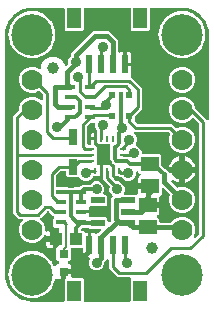
<source format=gbr>
G04 EAGLE Gerber RS-274X export*
G75*
%MOMM*%
%FSLAX34Y34*%
%LPD*%
%INTop Copper*%
%IPPOS*%
%AMOC8*
5,1,8,0,0,1.08239X$1,22.5*%
G01*
%ADD10R,1.500000X1.240000*%
%ADD11R,1.200000X0.550000*%
%ADD12R,1.075000X1.000000*%
%ADD13R,0.900000X0.450000*%
%ADD14R,0.500000X0.500000*%
%ADD15R,0.400000X0.500000*%
%ADD16C,3.516000*%
%ADD17R,0.600000X1.550000*%
%ADD18R,1.200000X1.800000*%
%ADD19C,1.000000*%
%ADD20R,0.800000X0.800000*%
%ADD21R,0.250000X0.500000*%
%ADD22R,0.500000X0.250000*%
%ADD23R,0.800000X1.350000*%
%ADD24C,1.778000*%
%ADD25C,0.406400*%
%ADD26C,0.906400*%
%ADD27C,0.203200*%
%ADD28C,0.254000*%
%ADD29C,0.889000*%
%ADD30C,0.304800*%

G36*
X51716Y2556D02*
X51716Y2556D01*
X51835Y2563D01*
X51873Y2576D01*
X51914Y2581D01*
X52024Y2624D01*
X52137Y2661D01*
X52172Y2683D01*
X52209Y2698D01*
X52305Y2767D01*
X52406Y2831D01*
X52434Y2861D01*
X52467Y2884D01*
X52543Y2976D01*
X52624Y3063D01*
X52644Y3098D01*
X52669Y3129D01*
X52720Y3237D01*
X52778Y3341D01*
X52788Y3381D01*
X52805Y3417D01*
X52827Y3534D01*
X52857Y3649D01*
X52861Y3709D01*
X52865Y3729D01*
X52863Y3750D01*
X52867Y3810D01*
X52867Y21382D01*
X53698Y22212D01*
X53758Y22291D01*
X53826Y22363D01*
X53855Y22416D01*
X53892Y22464D01*
X53932Y22554D01*
X53980Y22641D01*
X53995Y22700D01*
X54019Y22755D01*
X54034Y22853D01*
X54059Y22949D01*
X54065Y23049D01*
X54069Y23069D01*
X54067Y23082D01*
X54069Y23110D01*
X54069Y26061D01*
X58611Y26061D01*
X58611Y23842D01*
X58626Y23724D01*
X58633Y23605D01*
X58646Y23567D01*
X58651Y23526D01*
X58694Y23416D01*
X58731Y23303D01*
X58753Y23268D01*
X58768Y23231D01*
X58837Y23135D01*
X58901Y23034D01*
X58931Y23006D01*
X58954Y22973D01*
X59046Y22897D01*
X59133Y22816D01*
X59168Y22796D01*
X59199Y22771D01*
X59307Y22720D01*
X59411Y22662D01*
X59451Y22652D01*
X59487Y22635D01*
X59604Y22613D01*
X59719Y22583D01*
X59779Y22579D01*
X59799Y22575D01*
X59820Y22577D01*
X59880Y22573D01*
X67742Y22573D01*
X68933Y21382D01*
X68933Y3810D01*
X68948Y3692D01*
X68955Y3573D01*
X68968Y3535D01*
X68973Y3494D01*
X69016Y3384D01*
X69053Y3271D01*
X69075Y3236D01*
X69090Y3199D01*
X69159Y3103D01*
X69223Y3002D01*
X69253Y2974D01*
X69276Y2941D01*
X69368Y2865D01*
X69455Y2784D01*
X69490Y2764D01*
X69521Y2739D01*
X69629Y2688D01*
X69733Y2630D01*
X69773Y2620D01*
X69809Y2603D01*
X69926Y2581D01*
X70041Y2551D01*
X70101Y2547D01*
X70121Y2543D01*
X70142Y2545D01*
X70202Y2541D01*
X107598Y2541D01*
X107716Y2556D01*
X107835Y2563D01*
X107873Y2576D01*
X107914Y2581D01*
X108024Y2624D01*
X108137Y2661D01*
X108172Y2683D01*
X108209Y2698D01*
X108305Y2767D01*
X108406Y2831D01*
X108434Y2861D01*
X108467Y2884D01*
X108543Y2976D01*
X108624Y3063D01*
X108644Y3098D01*
X108669Y3129D01*
X108720Y3237D01*
X108778Y3341D01*
X108788Y3381D01*
X108805Y3417D01*
X108827Y3534D01*
X108857Y3649D01*
X108861Y3709D01*
X108865Y3729D01*
X108863Y3750D01*
X108867Y3810D01*
X108867Y21434D01*
X108868Y21436D01*
X108881Y21452D01*
X108936Y21580D01*
X108995Y21705D01*
X108999Y21725D01*
X109007Y21744D01*
X109029Y21881D01*
X109055Y22018D01*
X109054Y22038D01*
X109057Y22058D01*
X109044Y22196D01*
X109035Y22335D01*
X109029Y22354D01*
X109027Y22374D01*
X108980Y22505D01*
X108937Y22637D01*
X108926Y22655D01*
X108920Y22674D01*
X108842Y22788D01*
X108767Y22906D01*
X108752Y22920D01*
X108741Y22937D01*
X108637Y23029D01*
X108535Y23124D01*
X108518Y23134D01*
X108503Y23147D01*
X108379Y23210D01*
X108257Y23278D01*
X108237Y23283D01*
X108219Y23292D01*
X108083Y23322D01*
X107949Y23357D01*
X107921Y23359D01*
X107909Y23362D01*
X107889Y23361D01*
X107788Y23367D01*
X97692Y23367D01*
X90451Y30608D01*
X90451Y37189D01*
X90434Y37327D01*
X90421Y37465D01*
X90414Y37484D01*
X90411Y37504D01*
X90360Y37633D01*
X90313Y37764D01*
X90302Y37781D01*
X90294Y37800D01*
X90213Y37912D01*
X90135Y38027D01*
X90119Y38041D01*
X90107Y38057D01*
X90000Y38146D01*
X89896Y38238D01*
X89878Y38247D01*
X89863Y38260D01*
X89737Y38319D01*
X89613Y38382D01*
X89593Y38387D01*
X89575Y38395D01*
X89438Y38422D01*
X89303Y38452D01*
X89282Y38451D01*
X89262Y38455D01*
X89124Y38447D01*
X88985Y38442D01*
X88965Y38437D01*
X88945Y38436D01*
X88813Y38393D01*
X88679Y38354D01*
X88662Y38344D01*
X88643Y38337D01*
X88525Y38263D01*
X88405Y38192D01*
X88384Y38174D01*
X88374Y38167D01*
X88360Y38152D01*
X88284Y38086D01*
X86946Y36748D01*
X86886Y36670D01*
X86818Y36598D01*
X86789Y36545D01*
X86752Y36497D01*
X86712Y36406D01*
X86664Y36319D01*
X86649Y36261D01*
X86625Y36205D01*
X86610Y36107D01*
X86585Y36011D01*
X86579Y35911D01*
X86575Y35891D01*
X86577Y35879D01*
X86575Y35851D01*
X86575Y34254D01*
X85575Y31841D01*
X83729Y29995D01*
X81316Y28995D01*
X78704Y28995D01*
X76291Y29995D01*
X74445Y31841D01*
X73445Y34254D01*
X73445Y36866D01*
X74120Y38494D01*
X74133Y38542D01*
X74154Y38587D01*
X74175Y38695D01*
X74204Y38801D01*
X74205Y38851D01*
X74214Y38900D01*
X74207Y39009D01*
X74209Y39119D01*
X74197Y39167D01*
X74194Y39217D01*
X74160Y39321D01*
X74135Y39428D01*
X74111Y39472D01*
X74096Y39519D01*
X74037Y39612D01*
X73986Y39709D01*
X73953Y39746D01*
X73926Y39788D01*
X73846Y39863D01*
X73772Y39945D01*
X73731Y39972D01*
X73694Y40006D01*
X73598Y40059D01*
X73506Y40119D01*
X73459Y40136D01*
X73416Y40160D01*
X73310Y40187D01*
X73206Y40223D01*
X73156Y40227D01*
X73108Y40239D01*
X72947Y40249D01*
X70566Y40249D01*
X69919Y40422D01*
X69340Y40757D01*
X68867Y41230D01*
X68532Y41809D01*
X68359Y42456D01*
X68359Y46943D01*
X68344Y47061D01*
X68337Y47180D01*
X68324Y47218D01*
X68319Y47259D01*
X68276Y47369D01*
X68239Y47482D01*
X68217Y47517D01*
X68202Y47554D01*
X68133Y47650D01*
X68069Y47751D01*
X68039Y47779D01*
X68016Y47812D01*
X67924Y47888D01*
X67837Y47969D01*
X67802Y47989D01*
X67771Y48014D01*
X67663Y48065D01*
X67559Y48123D01*
X67519Y48133D01*
X67483Y48150D01*
X67366Y48172D01*
X67251Y48202D01*
X67191Y48206D01*
X67171Y48210D01*
X67150Y48208D01*
X67090Y48212D01*
X59372Y48212D01*
X59254Y48197D01*
X59135Y48190D01*
X59097Y48177D01*
X59056Y48172D01*
X58946Y48129D01*
X58833Y48092D01*
X58798Y48070D01*
X58761Y48055D01*
X58665Y47986D01*
X58564Y47922D01*
X58536Y47892D01*
X58503Y47869D01*
X58427Y47777D01*
X58346Y47690D01*
X58326Y47655D01*
X58301Y47624D01*
X58250Y47516D01*
X58192Y47412D01*
X58182Y47372D01*
X58165Y47336D01*
X58143Y47219D01*
X58113Y47104D01*
X58109Y47043D01*
X58105Y47024D01*
X58107Y47003D01*
X58103Y46943D01*
X58103Y38218D01*
X56901Y37016D01*
X56838Y37008D01*
X56687Y36991D01*
X56681Y36988D01*
X56674Y36987D01*
X56531Y36931D01*
X56390Y36877D01*
X56384Y36873D01*
X56378Y36870D01*
X56254Y36781D01*
X56131Y36693D01*
X56126Y36688D01*
X56121Y36684D01*
X56023Y36565D01*
X55925Y36450D01*
X55922Y36444D01*
X55918Y36439D01*
X55853Y36301D01*
X55787Y36164D01*
X55785Y36157D01*
X55782Y36151D01*
X55754Y36002D01*
X55724Y35852D01*
X55724Y35845D01*
X55723Y35839D01*
X55732Y35687D01*
X55740Y35534D01*
X55742Y35528D01*
X55742Y35521D01*
X55789Y35377D01*
X55835Y35231D01*
X55838Y35225D01*
X55840Y35219D01*
X55922Y35090D01*
X56002Y34960D01*
X56007Y34956D01*
X56011Y34950D01*
X56122Y34845D01*
X56231Y34740D01*
X56237Y34737D01*
X56242Y34732D01*
X56376Y34658D01*
X56508Y34583D01*
X56517Y34581D01*
X56521Y34578D01*
X56531Y34576D01*
X56661Y34532D01*
X57051Y34428D01*
X57630Y34093D01*
X58103Y33620D01*
X58438Y33041D01*
X58611Y32394D01*
X58611Y30059D01*
X52800Y30059D01*
X52682Y30044D01*
X52563Y30037D01*
X52525Y30024D01*
X52485Y30019D01*
X52374Y29976D01*
X52261Y29939D01*
X52227Y29917D01*
X52189Y29902D01*
X52093Y29833D01*
X51992Y29769D01*
X51964Y29739D01*
X51932Y29716D01*
X51856Y29624D01*
X51774Y29537D01*
X51755Y29502D01*
X51729Y29471D01*
X51678Y29363D01*
X51621Y29259D01*
X51611Y29219D01*
X51593Y29183D01*
X51571Y29066D01*
X51541Y28951D01*
X51537Y28891D01*
X51534Y28871D01*
X51535Y28850D01*
X51531Y28790D01*
X51531Y28599D01*
X51340Y28599D01*
X51222Y28584D01*
X51103Y28577D01*
X51065Y28564D01*
X51024Y28559D01*
X50914Y28515D01*
X50801Y28479D01*
X50766Y28457D01*
X50729Y28442D01*
X50632Y28372D01*
X50532Y28309D01*
X50504Y28279D01*
X50471Y28255D01*
X50395Y28164D01*
X50314Y28077D01*
X50294Y28042D01*
X50269Y28010D01*
X50218Y27903D01*
X50160Y27798D01*
X50150Y27759D01*
X50133Y27723D01*
X50111Y27606D01*
X50081Y27490D01*
X50077Y27430D01*
X50073Y27410D01*
X50075Y27390D01*
X50071Y27330D01*
X50071Y21519D01*
X47736Y21519D01*
X47089Y21692D01*
X46891Y21807D01*
X46867Y21817D01*
X46845Y21832D01*
X46720Y21879D01*
X46598Y21930D01*
X46572Y21934D01*
X46547Y21943D01*
X46415Y21957D01*
X46283Y21977D01*
X46257Y21974D01*
X46231Y21977D01*
X46099Y21957D01*
X45967Y21944D01*
X45942Y21934D01*
X45916Y21931D01*
X45793Y21879D01*
X45669Y21833D01*
X45647Y21818D01*
X45623Y21808D01*
X45516Y21727D01*
X45408Y21651D01*
X45390Y21632D01*
X45369Y21616D01*
X45286Y21511D01*
X45200Y21411D01*
X45188Y21387D01*
X45171Y21367D01*
X45097Y21224D01*
X42263Y14859D01*
X42260Y14849D01*
X42250Y14829D01*
X41994Y14211D01*
X41975Y14187D01*
X41970Y14179D01*
X41968Y14175D01*
X41963Y14164D01*
X41900Y14044D01*
X41687Y13566D01*
X37853Y10114D01*
X37841Y10100D01*
X37805Y10068D01*
X36510Y8773D01*
X36441Y8745D01*
X36324Y8678D01*
X36204Y8615D01*
X36177Y8594D01*
X36165Y8587D01*
X36150Y8572D01*
X36078Y8515D01*
X35466Y7965D01*
X31302Y6612D01*
X31283Y6603D01*
X31209Y6577D01*
X29301Y5787D01*
X28965Y5787D01*
X28847Y5772D01*
X28729Y5765D01*
X28670Y5750D01*
X28650Y5747D01*
X28631Y5740D01*
X28573Y5725D01*
X27504Y5378D01*
X23676Y5780D01*
X23658Y5780D01*
X23543Y5787D01*
X21499Y5787D01*
X20951Y6014D01*
X20852Y6041D01*
X20757Y6077D01*
X20665Y6092D01*
X20644Y6098D01*
X20631Y6098D01*
X20598Y6104D01*
X19416Y6228D01*
X19390Y6227D01*
X19364Y6232D01*
X19231Y6224D01*
X19173Y6223D01*
X19147Y6250D01*
X19125Y6265D01*
X19106Y6283D01*
X18972Y6372D01*
X16215Y7964D01*
X16212Y7965D01*
X16210Y7967D01*
X16066Y8038D01*
X14290Y8773D01*
X13693Y9370D01*
X13626Y9422D01*
X13565Y9483D01*
X13451Y9558D01*
X13442Y9565D01*
X13438Y9567D01*
X13431Y9572D01*
X11929Y10439D01*
X10139Y12903D01*
X10126Y12917D01*
X10116Y12933D01*
X10009Y13054D01*
X8773Y14290D01*
X8357Y15296D01*
X8322Y15356D01*
X8297Y15420D01*
X8211Y15556D01*
X7008Y17211D01*
X6447Y19849D01*
X6436Y19883D01*
X6431Y19919D01*
X6379Y20071D01*
X5787Y21499D01*
X5787Y22822D01*
X5781Y22874D01*
X5783Y22926D01*
X5760Y23086D01*
X5268Y25400D01*
X5760Y27714D01*
X5764Y27767D01*
X5777Y27817D01*
X5787Y27978D01*
X5787Y29301D01*
X6379Y30729D01*
X6388Y30763D01*
X6404Y30795D01*
X6447Y30951D01*
X7008Y33589D01*
X8211Y35244D01*
X8244Y35305D01*
X8286Y35360D01*
X8357Y35504D01*
X8773Y36510D01*
X10009Y37746D01*
X10021Y37761D01*
X10036Y37773D01*
X10139Y37897D01*
X11929Y40361D01*
X13431Y41228D01*
X13499Y41280D01*
X13573Y41324D01*
X13675Y41414D01*
X13684Y41421D01*
X13687Y41424D01*
X13693Y41430D01*
X14290Y42027D01*
X16066Y42762D01*
X16068Y42764D01*
X16071Y42764D01*
X16215Y42836D01*
X19179Y44547D01*
X20598Y44696D01*
X20698Y44720D01*
X20799Y44734D01*
X20887Y44764D01*
X20908Y44769D01*
X20920Y44775D01*
X20951Y44786D01*
X21499Y45013D01*
X23543Y45013D01*
X23560Y45015D01*
X23676Y45020D01*
X27504Y45422D01*
X28573Y45075D01*
X28690Y45053D01*
X28805Y45023D01*
X28865Y45019D01*
X28885Y45015D01*
X28906Y45017D01*
X28965Y45013D01*
X29301Y45013D01*
X31209Y44222D01*
X31230Y44217D01*
X31303Y44188D01*
X35466Y42835D01*
X36078Y42285D01*
X36189Y42207D01*
X36297Y42126D01*
X36327Y42111D01*
X36339Y42103D01*
X36359Y42096D01*
X36441Y42055D01*
X36510Y42027D01*
X37805Y40732D01*
X37819Y40721D01*
X37853Y40686D01*
X41687Y37234D01*
X41900Y36756D01*
X41979Y36626D01*
X42250Y35971D01*
X42255Y35962D01*
X42263Y35941D01*
X43476Y33216D01*
X43497Y33182D01*
X43511Y33144D01*
X43579Y33046D01*
X43641Y32944D01*
X43669Y32916D01*
X43692Y32883D01*
X43783Y32805D01*
X43868Y32721D01*
X43903Y32701D01*
X43933Y32675D01*
X44040Y32622D01*
X44144Y32562D01*
X44182Y32551D01*
X44218Y32533D01*
X44335Y32508D01*
X44450Y32476D01*
X44490Y32475D01*
X44529Y32467D01*
X44648Y32472D01*
X44768Y32469D01*
X44807Y32479D01*
X44846Y32480D01*
X44961Y32515D01*
X45078Y32542D01*
X45113Y32560D01*
X45151Y32572D01*
X45253Y32634D01*
X45359Y32689D01*
X45389Y32716D01*
X45423Y32736D01*
X45507Y32822D01*
X45596Y32902D01*
X45618Y32935D01*
X45646Y32963D01*
X45735Y33097D01*
X46037Y33620D01*
X46510Y34093D01*
X47089Y34428D01*
X47479Y34532D01*
X47620Y34590D01*
X47762Y34646D01*
X47767Y34650D01*
X47774Y34652D01*
X47897Y34743D01*
X48019Y34832D01*
X48024Y34838D01*
X48029Y34842D01*
X48125Y34960D01*
X48222Y35077D01*
X48225Y35084D01*
X48229Y35089D01*
X48293Y35229D01*
X48358Y35365D01*
X48359Y35372D01*
X48362Y35378D01*
X48389Y35529D01*
X48417Y35678D01*
X48417Y35684D01*
X48418Y35691D01*
X48407Y35843D01*
X48398Y35995D01*
X48396Y36001D01*
X48395Y36008D01*
X48346Y36153D01*
X48300Y36297D01*
X48296Y36303D01*
X48294Y36310D01*
X48211Y36437D01*
X48129Y36566D01*
X48124Y36571D01*
X48121Y36576D01*
X48009Y36680D01*
X47898Y36784D01*
X47892Y36787D01*
X47887Y36792D01*
X47753Y36864D01*
X47619Y36938D01*
X47613Y36939D01*
X47607Y36942D01*
X47459Y36979D01*
X47311Y37017D01*
X47302Y37018D01*
X47298Y37019D01*
X47287Y37019D01*
X47233Y37022D01*
X46037Y38218D01*
X46037Y47902D01*
X47567Y49432D01*
X47574Y49436D01*
X47582Y49447D01*
X47600Y49464D01*
X47644Y49522D01*
X47650Y49528D01*
X47731Y49615D01*
X47751Y49650D01*
X47776Y49681D01*
X47789Y49709D01*
X47795Y49716D01*
X47819Y49772D01*
X47827Y49789D01*
X47885Y49893D01*
X47895Y49933D01*
X47912Y49969D01*
X47918Y50000D01*
X47921Y50008D01*
X47930Y50061D01*
X47934Y50086D01*
X47964Y50201D01*
X47968Y50261D01*
X47972Y50281D01*
X47970Y50302D01*
X47974Y50362D01*
X47974Y54015D01*
X47959Y54133D01*
X47952Y54252D01*
X47939Y54290D01*
X47934Y54330D01*
X47891Y54441D01*
X47854Y54554D01*
X47832Y54588D01*
X47817Y54626D01*
X47748Y54722D01*
X47684Y54823D01*
X47654Y54851D01*
X47631Y54883D01*
X47539Y54959D01*
X47452Y55041D01*
X47417Y55060D01*
X47386Y55086D01*
X47278Y55137D01*
X47174Y55194D01*
X47134Y55204D01*
X47098Y55222D01*
X46991Y55242D01*
X47021Y55246D01*
X47131Y55290D01*
X47244Y55326D01*
X47279Y55348D01*
X47316Y55363D01*
X47412Y55433D01*
X47513Y55496D01*
X47541Y55526D01*
X47574Y55550D01*
X47650Y55641D01*
X47731Y55728D01*
X47751Y55763D01*
X47776Y55795D01*
X47827Y55902D01*
X47885Y56007D01*
X47895Y56046D01*
X47912Y56082D01*
X47934Y56199D01*
X47964Y56315D01*
X47968Y56375D01*
X47972Y56395D01*
X47970Y56415D01*
X47974Y56475D01*
X47974Y63998D01*
X47959Y64116D01*
X47952Y64235D01*
X47939Y64273D01*
X47934Y64314D01*
X47891Y64424D01*
X47854Y64537D01*
X47832Y64572D01*
X47817Y64609D01*
X47748Y64705D01*
X47684Y64806D01*
X47654Y64834D01*
X47631Y64867D01*
X47539Y64943D01*
X47452Y65024D01*
X47417Y65044D01*
X47386Y65069D01*
X47278Y65120D01*
X47174Y65178D01*
X47134Y65188D01*
X47098Y65205D01*
X46981Y65227D01*
X46866Y65257D01*
X46806Y65261D01*
X46786Y65265D01*
X46765Y65263D01*
X46705Y65267D01*
X44578Y65267D01*
X43387Y66458D01*
X43387Y72642D01*
X43826Y73081D01*
X43910Y73190D01*
X44000Y73297D01*
X44008Y73316D01*
X44021Y73332D01*
X44076Y73460D01*
X44135Y73585D01*
X44139Y73605D01*
X44147Y73624D01*
X44169Y73762D01*
X44195Y73898D01*
X44194Y73918D01*
X44197Y73938D01*
X44184Y74077D01*
X44175Y74215D01*
X44169Y74234D01*
X44167Y74254D01*
X44120Y74385D01*
X44077Y74517D01*
X44066Y74535D01*
X44060Y74554D01*
X43982Y74668D01*
X43907Y74786D01*
X43892Y74800D01*
X43881Y74817D01*
X43777Y74909D01*
X43675Y75004D01*
X43658Y75014D01*
X43643Y75027D01*
X43519Y75090D01*
X43397Y75158D01*
X43377Y75163D01*
X43359Y75172D01*
X43344Y75175D01*
X39834Y78686D01*
X39755Y78746D01*
X39683Y78814D01*
X39630Y78843D01*
X39582Y78880D01*
X39491Y78920D01*
X39405Y78968D01*
X39346Y78983D01*
X39291Y79007D01*
X39193Y79022D01*
X39097Y79047D01*
X38997Y79053D01*
X38976Y79057D01*
X38964Y79055D01*
X38936Y79057D01*
X38534Y79057D01*
X38436Y79045D01*
X38337Y79042D01*
X38278Y79025D01*
X38218Y79017D01*
X38126Y78981D01*
X38031Y78953D01*
X37979Y78923D01*
X37923Y78900D01*
X37843Y78842D01*
X37757Y78792D01*
X37682Y78726D01*
X37665Y78714D01*
X37657Y78704D01*
X37636Y78686D01*
X32546Y73596D01*
X32473Y73501D01*
X32395Y73412D01*
X32376Y73376D01*
X32351Y73344D01*
X32304Y73235D01*
X32250Y73129D01*
X32241Y73090D01*
X32225Y73053D01*
X32206Y72935D01*
X32180Y72819D01*
X32182Y72778D01*
X32175Y72738D01*
X32186Y72620D01*
X32190Y72501D01*
X32201Y72462D01*
X32205Y72422D01*
X32245Y72310D01*
X32278Y72195D01*
X32299Y72161D01*
X32313Y72123D01*
X32380Y72024D01*
X32440Y71921D01*
X32480Y71876D01*
X32491Y71859D01*
X32507Y71846D01*
X32546Y71801D01*
X34660Y69687D01*
X36323Y65673D01*
X36323Y63125D01*
X36340Y62987D01*
X36353Y62849D01*
X36360Y62830D01*
X36363Y62810D01*
X36414Y62680D01*
X36461Y62549D01*
X36472Y62533D01*
X36480Y62514D01*
X36561Y62401D01*
X36639Y62286D01*
X36655Y62273D01*
X36666Y62257D01*
X36774Y62168D01*
X36878Y62076D01*
X36896Y62067D01*
X36911Y62054D01*
X37037Y61994D01*
X37161Y61931D01*
X37181Y61927D01*
X37199Y61918D01*
X37336Y61892D01*
X37471Y61862D01*
X37492Y61862D01*
X37511Y61858D01*
X37650Y61867D01*
X37789Y61871D01*
X37809Y61877D01*
X37829Y61878D01*
X37961Y61921D01*
X38095Y61960D01*
X38112Y61970D01*
X38131Y61976D01*
X38249Y62051D01*
X38369Y62121D01*
X38390Y62140D01*
X38400Y62146D01*
X38414Y62161D01*
X38490Y62228D01*
X38540Y62278D01*
X39119Y62613D01*
X39766Y62786D01*
X42976Y62786D01*
X42976Y57744D01*
X37559Y57744D01*
X37559Y57932D01*
X37551Y58001D01*
X37552Y58071D01*
X37531Y58158D01*
X37519Y58247D01*
X37494Y58312D01*
X37477Y58380D01*
X37435Y58459D01*
X37402Y58543D01*
X37361Y58599D01*
X37329Y58661D01*
X37268Y58728D01*
X37216Y58800D01*
X37162Y58845D01*
X37115Y58896D01*
X37040Y58946D01*
X36971Y59003D01*
X36907Y59033D01*
X36849Y59071D01*
X36764Y59100D01*
X36683Y59139D01*
X36614Y59152D01*
X36548Y59174D01*
X36459Y59182D01*
X36371Y59198D01*
X36301Y59194D01*
X36231Y59200D01*
X36143Y59184D01*
X36053Y59179D01*
X35987Y59157D01*
X35918Y59145D01*
X35836Y59108D01*
X35751Y59081D01*
X35692Y59043D01*
X35628Y59015D01*
X35558Y58958D01*
X35482Y58910D01*
X35434Y58860D01*
X35380Y58816D01*
X35325Y58744D01*
X35264Y58679D01*
X35230Y58618D01*
X35188Y58562D01*
X35117Y58417D01*
X34660Y57313D01*
X31587Y54240D01*
X27573Y52577D01*
X23227Y52577D01*
X19213Y54240D01*
X16140Y57313D01*
X14477Y61327D01*
X14477Y65673D01*
X16140Y69687D01*
X17183Y70731D01*
X17268Y70840D01*
X17357Y70947D01*
X17366Y70966D01*
X17378Y70982D01*
X17434Y71109D01*
X17493Y71235D01*
X17497Y71255D01*
X17505Y71274D01*
X17527Y71412D01*
X17553Y71548D01*
X17551Y71568D01*
X17555Y71588D01*
X17542Y71727D01*
X17533Y71865D01*
X17527Y71884D01*
X17525Y71904D01*
X17478Y72036D01*
X17435Y72167D01*
X17424Y72185D01*
X17417Y72204D01*
X17339Y72319D01*
X17265Y72436D01*
X17250Y72450D01*
X17239Y72467D01*
X17135Y72559D01*
X17033Y72654D01*
X17015Y72664D01*
X17000Y72677D01*
X16876Y72740D01*
X16755Y72808D01*
X16735Y72813D01*
X16717Y72822D01*
X16581Y72852D01*
X16447Y72887D01*
X16419Y72889D01*
X16407Y72892D01*
X16386Y72891D01*
X16286Y72897D01*
X13872Y72897D01*
X9397Y77372D01*
X9397Y160118D01*
X14106Y164826D01*
X14166Y164905D01*
X14234Y164977D01*
X14263Y165030D01*
X14300Y165078D01*
X14340Y165169D01*
X14388Y165255D01*
X14403Y165314D01*
X14427Y165369D01*
X14442Y165467D01*
X14467Y165563D01*
X14473Y165663D01*
X14477Y165683D01*
X14475Y165696D01*
X14477Y165724D01*
X14477Y167273D01*
X16140Y171287D01*
X19213Y174360D01*
X23227Y176023D01*
X27573Y176023D01*
X31587Y174360D01*
X32631Y173317D01*
X32740Y173232D01*
X32847Y173143D01*
X32866Y173134D01*
X32882Y173122D01*
X33009Y173066D01*
X33135Y173007D01*
X33155Y173003D01*
X33174Y172995D01*
X33312Y172973D01*
X33448Y172947D01*
X33468Y172949D01*
X33488Y172945D01*
X33627Y172958D01*
X33765Y172967D01*
X33784Y172973D01*
X33804Y172975D01*
X33936Y173022D01*
X34067Y173065D01*
X34085Y173076D01*
X34104Y173083D01*
X34219Y173161D01*
X34336Y173235D01*
X34350Y173250D01*
X34367Y173261D01*
X34459Y173365D01*
X34554Y173467D01*
X34564Y173485D01*
X34577Y173500D01*
X34640Y173624D01*
X34708Y173745D01*
X34713Y173765D01*
X34722Y173783D01*
X34752Y173919D01*
X34787Y174053D01*
X34789Y174081D01*
X34792Y174093D01*
X34791Y174114D01*
X34797Y174214D01*
X34797Y177176D01*
X34785Y177274D01*
X34782Y177373D01*
X34765Y177432D01*
X34757Y177492D01*
X34721Y177584D01*
X34693Y177679D01*
X34663Y177731D01*
X34640Y177787D01*
X34582Y177867D01*
X34532Y177953D01*
X34466Y178028D01*
X34454Y178045D01*
X34444Y178053D01*
X34426Y178074D01*
X31955Y180544D01*
X31931Y180562D01*
X31912Y180585D01*
X31806Y180660D01*
X31704Y180739D01*
X31676Y180751D01*
X31652Y180768D01*
X31531Y180814D01*
X31412Y180866D01*
X31383Y180870D01*
X31355Y180881D01*
X31226Y180895D01*
X31098Y180915D01*
X31068Y180913D01*
X31039Y180916D01*
X30910Y180898D01*
X30781Y180886D01*
X30753Y180876D01*
X30724Y180872D01*
X30572Y180819D01*
X27573Y179577D01*
X23227Y179577D01*
X19213Y181240D01*
X16140Y184313D01*
X14477Y188327D01*
X14477Y192673D01*
X16140Y196687D01*
X19213Y199760D01*
X23227Y201423D01*
X27573Y201423D01*
X31424Y199827D01*
X31472Y199814D01*
X31517Y199793D01*
X31625Y199772D01*
X31731Y199743D01*
X31781Y199743D01*
X31830Y199733D01*
X31939Y199740D01*
X32049Y199738D01*
X32097Y199750D01*
X32147Y199753D01*
X32251Y199787D01*
X32358Y199812D01*
X32402Y199836D01*
X32449Y199851D01*
X32542Y199910D01*
X32639Y199961D01*
X32676Y199995D01*
X32718Y200021D01*
X32793Y200101D01*
X32875Y200175D01*
X32902Y200217D01*
X32936Y200253D01*
X32989Y200349D01*
X33049Y200441D01*
X33066Y200488D01*
X33090Y200531D01*
X33117Y200638D01*
X33153Y200742D01*
X33157Y200791D01*
X33169Y200839D01*
X33179Y201000D01*
X33179Y202705D01*
X35859Y207346D01*
X40500Y210026D01*
X45860Y210026D01*
X50501Y207346D01*
X53148Y202761D01*
X53224Y202661D01*
X53295Y202557D01*
X53320Y202535D01*
X53340Y202508D01*
X53439Y202430D01*
X53533Y202346D01*
X53563Y202331D01*
X53590Y202310D01*
X53704Y202259D01*
X53816Y202202D01*
X53849Y202195D01*
X53880Y202181D01*
X54004Y202160D01*
X54127Y202132D01*
X54160Y202133D01*
X54194Y202128D01*
X54319Y202138D01*
X54445Y202142D01*
X54477Y202151D01*
X54511Y202154D01*
X54630Y202195D01*
X54750Y202230D01*
X54779Y202247D01*
X54811Y202258D01*
X54916Y202328D01*
X55024Y202392D01*
X55061Y202424D01*
X55076Y202434D01*
X55091Y202450D01*
X55145Y202498D01*
X55684Y203038D01*
X55705Y203065D01*
X55731Y203087D01*
X55774Y203149D01*
X55812Y203190D01*
X55837Y203234D01*
X55879Y203289D01*
X55893Y203320D01*
X55912Y203349D01*
X55938Y203418D01*
X55966Y203468D01*
X55979Y203519D01*
X56005Y203581D01*
X56011Y203615D01*
X56023Y203647D01*
X56030Y203719D01*
X56045Y203776D01*
X56051Y203866D01*
X56055Y203895D01*
X56054Y203912D01*
X56055Y203937D01*
X56055Y203960D01*
X56056Y203963D01*
X56055Y203966D01*
X56055Y206801D01*
X57055Y209214D01*
X58184Y210342D01*
X58244Y210421D01*
X58312Y210493D01*
X58341Y210546D01*
X58378Y210594D01*
X58418Y210685D01*
X58466Y210771D01*
X58481Y210830D01*
X58505Y210886D01*
X58520Y210984D01*
X58545Y211079D01*
X58551Y211179D01*
X58555Y211200D01*
X58553Y211212D01*
X58555Y211240D01*
X58555Y212894D01*
X77056Y231395D01*
X90584Y231395D01*
X97965Y224014D01*
X97965Y214647D01*
X97981Y214516D01*
X97992Y214384D01*
X98001Y214359D01*
X98005Y214332D01*
X98053Y214209D01*
X98097Y214084D01*
X98112Y214061D01*
X98122Y214036D01*
X98199Y213929D01*
X98273Y213819D01*
X98293Y213801D01*
X98308Y213779D01*
X98411Y213694D01*
X98509Y213606D01*
X98533Y213593D01*
X98553Y213576D01*
X98673Y213520D01*
X98791Y213458D01*
X98817Y213452D01*
X98841Y213441D01*
X98971Y213416D01*
X99100Y213385D01*
X99127Y213386D01*
X99153Y213381D01*
X99285Y213389D01*
X99418Y213392D01*
X99444Y213399D01*
X99471Y213401D01*
X99597Y213441D01*
X99724Y213477D01*
X99759Y213494D01*
X99773Y213499D01*
X99792Y213510D01*
X99869Y213548D01*
X99919Y213578D01*
X100566Y213751D01*
X102401Y213751D01*
X102401Y203690D01*
X102416Y203572D01*
X102423Y203453D01*
X102435Y203415D01*
X102441Y203375D01*
X102484Y203264D01*
X102521Y203151D01*
X102543Y203117D01*
X102558Y203079D01*
X102627Y202983D01*
X102691Y202882D01*
X102721Y202854D01*
X102744Y202822D01*
X102836Y202746D01*
X102923Y202664D01*
X102958Y202645D01*
X102989Y202619D01*
X103033Y202599D01*
X103088Y202522D01*
X103151Y202422D01*
X103181Y202394D01*
X103205Y202361D01*
X103296Y202285D01*
X103383Y202204D01*
X103418Y202184D01*
X103450Y202159D01*
X103557Y202108D01*
X103662Y202050D01*
X103701Y202040D01*
X103737Y202023D01*
X103854Y202001D01*
X103970Y201971D01*
X104030Y201967D01*
X104050Y201963D01*
X104070Y201965D01*
X104130Y201961D01*
X109441Y201961D01*
X109441Y195376D01*
X109268Y194729D01*
X108969Y194212D01*
X108925Y194109D01*
X108874Y194009D01*
X108864Y193963D01*
X108846Y193919D01*
X108829Y193808D01*
X108805Y193698D01*
X108806Y193651D01*
X108799Y193604D01*
X108811Y193493D01*
X108814Y193380D01*
X108827Y193335D01*
X108832Y193288D01*
X108872Y193183D01*
X108903Y193075D01*
X108927Y193034D01*
X108943Y192990D01*
X109007Y192898D01*
X109064Y192801D01*
X109112Y192747D01*
X109124Y192729D01*
X109138Y192717D01*
X109171Y192680D01*
X118238Y183613D01*
X118238Y165637D01*
X112734Y160134D01*
X112674Y160055D01*
X112606Y159983D01*
X112577Y159930D01*
X112540Y159882D01*
X112500Y159791D01*
X112452Y159705D01*
X112437Y159646D01*
X112413Y159591D01*
X112398Y159493D01*
X112373Y159397D01*
X112367Y159297D01*
X112363Y159277D01*
X112365Y159264D01*
X112363Y159236D01*
X112363Y156489D01*
X112333Y156420D01*
X112279Y156314D01*
X112270Y156275D01*
X112254Y156238D01*
X112235Y156120D01*
X112209Y156004D01*
X112210Y155963D01*
X112204Y155923D01*
X112215Y155805D01*
X112219Y155686D01*
X112230Y155647D01*
X112234Y155607D01*
X112274Y155495D01*
X112307Y155380D01*
X112328Y155346D01*
X112341Y155308D01*
X112409Y155209D01*
X112469Y155106D01*
X112509Y155061D01*
X112520Y155044D01*
X112535Y155031D01*
X112575Y154986D01*
X114026Y153534D01*
X114105Y153474D01*
X114177Y153406D01*
X114230Y153377D01*
X114278Y153340D01*
X114369Y153300D01*
X114455Y153252D01*
X114514Y153237D01*
X114569Y153213D01*
X114667Y153198D01*
X114763Y153173D01*
X114863Y153167D01*
X114884Y153163D01*
X114896Y153165D01*
X114924Y153163D01*
X143608Y153163D01*
X145914Y150857D01*
X145914Y150856D01*
X146743Y150028D01*
X146767Y150009D01*
X146786Y149987D01*
X146892Y149912D01*
X146994Y149833D01*
X147022Y149821D01*
X147046Y149804D01*
X147167Y149758D01*
X147286Y149706D01*
X147315Y149702D01*
X147343Y149691D01*
X147472Y149677D01*
X147600Y149656D01*
X147630Y149659D01*
X147659Y149656D01*
X147788Y149674D01*
X147917Y149686D01*
X147945Y149696D01*
X147974Y149700D01*
X148126Y149752D01*
X150227Y150623D01*
X154573Y150623D01*
X158587Y148960D01*
X161660Y145887D01*
X163323Y141873D01*
X163323Y137527D01*
X161660Y133513D01*
X158587Y130440D01*
X154573Y128777D01*
X150227Y128777D01*
X146213Y130440D01*
X143140Y133513D01*
X141477Y137527D01*
X141477Y141873D01*
X142348Y143974D01*
X142355Y144002D01*
X142369Y144028D01*
X142397Y144155D01*
X142431Y144280D01*
X142432Y144310D01*
X142438Y144339D01*
X142434Y144468D01*
X142437Y144598D01*
X142430Y144627D01*
X142429Y144657D01*
X142393Y144781D01*
X142362Y144908D01*
X142349Y144934D01*
X142340Y144962D01*
X142274Y145074D01*
X142214Y145189D01*
X142194Y145211D01*
X142179Y145236D01*
X142072Y145357D01*
X141244Y146186D01*
X141165Y146246D01*
X141093Y146314D01*
X141040Y146343D01*
X140992Y146380D01*
X140901Y146420D01*
X140815Y146468D01*
X140756Y146483D01*
X140701Y146507D01*
X140603Y146522D01*
X140507Y146547D01*
X140407Y146553D01*
X140387Y146557D01*
X140374Y146555D01*
X140346Y146557D01*
X113191Y146557D01*
X113053Y146540D01*
X112914Y146527D01*
X112895Y146520D01*
X112875Y146517D01*
X112746Y146466D01*
X112615Y146419D01*
X112598Y146408D01*
X112580Y146400D01*
X112467Y146319D01*
X112352Y146241D01*
X112339Y146225D01*
X112322Y146214D01*
X112233Y146106D01*
X112142Y146002D01*
X112132Y145984D01*
X112119Y145969D01*
X112060Y145843D01*
X111997Y145719D01*
X111993Y145699D01*
X111984Y145681D01*
X111958Y145544D01*
X111927Y145409D01*
X111928Y145388D01*
X111924Y145369D01*
X111933Y145230D01*
X111937Y145091D01*
X111943Y145071D01*
X111944Y145051D01*
X111987Y144919D01*
X112025Y144785D01*
X112036Y144768D01*
X112042Y144749D01*
X112116Y144631D01*
X112187Y144511D01*
X112205Y144490D01*
X112212Y144480D01*
X112227Y144466D01*
X112293Y144391D01*
X113315Y143369D01*
X114301Y140989D01*
X114301Y138411D01*
X113232Y135832D01*
X113201Y135717D01*
X113162Y135605D01*
X113159Y135564D01*
X113148Y135525D01*
X113146Y135406D01*
X113137Y135287D01*
X113144Y135248D01*
X113143Y135207D01*
X113171Y135091D01*
X113191Y134974D01*
X113208Y134937D01*
X113217Y134898D01*
X113273Y134793D01*
X113322Y134684D01*
X113347Y134653D01*
X113366Y134617D01*
X113446Y134529D01*
X113521Y134436D01*
X113553Y134411D01*
X113580Y134381D01*
X113680Y134316D01*
X113775Y134244D01*
X113829Y134218D01*
X113846Y134207D01*
X113865Y134200D01*
X113919Y134174D01*
X115302Y133601D01*
X117125Y131778D01*
X118111Y129398D01*
X118111Y128857D01*
X118126Y128739D01*
X118133Y128620D01*
X118146Y128582D01*
X118151Y128541D01*
X118194Y128431D01*
X118231Y128318D01*
X118253Y128283D01*
X118268Y128246D01*
X118337Y128150D01*
X118401Y128049D01*
X118431Y128021D01*
X118454Y127988D01*
X118546Y127912D01*
X118633Y127831D01*
X118668Y127811D01*
X118699Y127786D01*
X118807Y127735D01*
X118911Y127677D01*
X118951Y127667D01*
X118987Y127650D01*
X119104Y127628D01*
X119219Y127598D01*
X119279Y127594D01*
X119299Y127590D01*
X119320Y127592D01*
X119380Y127588D01*
X133437Y127588D01*
X134628Y126397D01*
X134628Y118578D01*
X134640Y118480D01*
X134643Y118381D01*
X134660Y118323D01*
X134668Y118262D01*
X134704Y118170D01*
X134732Y118075D01*
X134762Y118023D01*
X134785Y117967D01*
X134843Y117887D01*
X134893Y117801D01*
X134959Y117726D01*
X134971Y117709D01*
X134981Y117702D01*
X134999Y117680D01*
X137753Y114926D01*
X137832Y114866D01*
X137904Y114798D01*
X137957Y114769D01*
X138005Y114732D01*
X138096Y114692D01*
X138182Y114644D01*
X138241Y114629D01*
X138297Y114605D01*
X138395Y114590D01*
X138490Y114565D01*
X138590Y114559D01*
X138611Y114555D01*
X138623Y114557D01*
X138651Y114555D01*
X138844Y114555D01*
X141226Y112172D01*
X141304Y112112D01*
X141376Y112044D01*
X141429Y112015D01*
X141477Y111978D01*
X141568Y111938D01*
X141655Y111890D01*
X141713Y111875D01*
X141769Y111851D01*
X141867Y111836D01*
X141963Y111811D01*
X142063Y111805D01*
X142083Y111801D01*
X142095Y111802D01*
X142123Y111801D01*
X149901Y111801D01*
X149901Y103123D01*
X149723Y103151D01*
X148012Y103707D01*
X146409Y104523D01*
X145252Y105364D01*
X145200Y105393D01*
X145153Y105429D01*
X145061Y105469D01*
X144974Y105517D01*
X144916Y105532D01*
X144861Y105556D01*
X144762Y105571D01*
X144666Y105596D01*
X144606Y105596D01*
X144547Y105606D01*
X144447Y105596D01*
X144348Y105596D01*
X144290Y105581D01*
X144230Y105576D01*
X144136Y105542D01*
X144040Y105517D01*
X143987Y105489D01*
X143931Y105468D01*
X143848Y105412D01*
X143761Y105364D01*
X143717Y105323D01*
X143668Y105290D01*
X143602Y105215D01*
X143529Y105147D01*
X143497Y105096D01*
X143457Y105051D01*
X143412Y104962D01*
X143358Y104878D01*
X143340Y104821D01*
X143313Y104768D01*
X143291Y104671D01*
X143260Y104576D01*
X143256Y104516D01*
X143243Y104458D01*
X143246Y104358D01*
X143240Y104259D01*
X143251Y104200D01*
X143253Y104140D01*
X143280Y104044D01*
X143299Y103946D01*
X143324Y103892D01*
X143341Y103834D01*
X143391Y103749D01*
X143434Y103658D01*
X143472Y103612D01*
X143502Y103560D01*
X143609Y103440D01*
X147505Y99543D01*
X147529Y99525D01*
X147548Y99503D01*
X147654Y99428D01*
X147756Y99348D01*
X147784Y99337D01*
X147808Y99320D01*
X147929Y99274D01*
X148048Y99222D01*
X148077Y99217D01*
X148105Y99207D01*
X148234Y99192D01*
X148362Y99172D01*
X148392Y99175D01*
X148421Y99172D01*
X148550Y99190D01*
X148679Y99202D01*
X148707Y99212D01*
X148736Y99216D01*
X148888Y99268D01*
X150227Y99823D01*
X154573Y99823D01*
X158587Y98160D01*
X161660Y95087D01*
X163323Y91073D01*
X163323Y86727D01*
X161660Y82713D01*
X158587Y79640D01*
X154573Y77977D01*
X150227Y77977D01*
X146213Y79640D01*
X143140Y82713D01*
X141477Y86727D01*
X141477Y91073D01*
X142032Y92412D01*
X142040Y92440D01*
X142053Y92466D01*
X142082Y92593D01*
X142116Y92718D01*
X142116Y92748D01*
X142123Y92777D01*
X142119Y92906D01*
X142121Y93036D01*
X142114Y93065D01*
X142113Y93095D01*
X142077Y93219D01*
X142047Y93346D01*
X142033Y93372D01*
X142025Y93400D01*
X141959Y93512D01*
X141898Y93627D01*
X141878Y93649D01*
X141863Y93674D01*
X141757Y93795D01*
X137302Y98249D01*
X137193Y98334D01*
X137086Y98423D01*
X137067Y98432D01*
X137051Y98444D01*
X136923Y98500D01*
X136798Y98559D01*
X136778Y98562D01*
X136759Y98570D01*
X136621Y98592D01*
X136485Y98618D01*
X136465Y98617D01*
X136445Y98620D01*
X136306Y98607D01*
X136168Y98599D01*
X136149Y98592D01*
X136129Y98590D01*
X135997Y98543D01*
X135866Y98501D01*
X135848Y98490D01*
X135829Y98483D01*
X135714Y98405D01*
X135597Y98330D01*
X135583Y98316D01*
X135566Y98304D01*
X135474Y98200D01*
X135379Y98099D01*
X135369Y98081D01*
X135356Y98066D01*
X135292Y97942D01*
X135225Y97820D01*
X135220Y97801D01*
X135211Y97783D01*
X135181Y97647D01*
X135146Y97512D01*
X135144Y97484D01*
X135141Y97472D01*
X135142Y97452D01*
X135136Y97352D01*
X135136Y93821D01*
X134963Y93174D01*
X134628Y92595D01*
X134155Y92122D01*
X133865Y91955D01*
X133781Y91891D01*
X133692Y91834D01*
X133655Y91795D01*
X133612Y91762D01*
X133546Y91680D01*
X133474Y91603D01*
X133448Y91555D01*
X133414Y91513D01*
X133371Y91417D01*
X133320Y91324D01*
X133307Y91272D01*
X133285Y91223D01*
X133267Y91118D01*
X133241Y91016D01*
X133236Y90931D01*
X133232Y90909D01*
X133233Y90894D01*
X133231Y90855D01*
X133231Y86969D01*
X125729Y86969D01*
X125729Y93171D01*
X126365Y93171D01*
X126483Y93186D01*
X126602Y93193D01*
X126640Y93206D01*
X126680Y93211D01*
X126791Y93254D01*
X126904Y93291D01*
X126939Y93313D01*
X126976Y93328D01*
X127072Y93397D01*
X127173Y93461D01*
X127201Y93491D01*
X127233Y93514D01*
X127309Y93606D01*
X127391Y93693D01*
X127410Y93728D01*
X127436Y93759D01*
X127487Y93867D01*
X127544Y93971D01*
X127555Y94011D01*
X127572Y94047D01*
X127594Y94164D01*
X127624Y94279D01*
X127628Y94339D01*
X127632Y94359D01*
X127630Y94380D01*
X127634Y94440D01*
X127634Y99085D01*
X127619Y99203D01*
X127612Y99322D01*
X127599Y99360D01*
X127594Y99400D01*
X127550Y99511D01*
X127514Y99624D01*
X127492Y99659D01*
X127477Y99696D01*
X127407Y99792D01*
X127344Y99893D01*
X127314Y99921D01*
X127290Y99953D01*
X127199Y100029D01*
X127112Y100111D01*
X127077Y100130D01*
X127045Y100156D01*
X126938Y100207D01*
X126834Y100264D01*
X126794Y100275D01*
X126758Y100292D01*
X126641Y100314D01*
X126526Y100344D01*
X126465Y100348D01*
X126445Y100352D01*
X126425Y100350D01*
X126365Y100354D01*
X125094Y100354D01*
X125094Y101625D01*
X125079Y101743D01*
X125072Y101862D01*
X125059Y101900D01*
X125054Y101940D01*
X125010Y102051D01*
X124974Y102164D01*
X124952Y102199D01*
X124937Y102236D01*
X124867Y102332D01*
X124804Y102433D01*
X124774Y102461D01*
X124750Y102493D01*
X124659Y102569D01*
X124572Y102651D01*
X124537Y102670D01*
X124505Y102696D01*
X124398Y102747D01*
X124294Y102804D01*
X124254Y102815D01*
X124218Y102832D01*
X124101Y102854D01*
X123986Y102884D01*
X123925Y102888D01*
X123905Y102892D01*
X123885Y102890D01*
X123825Y102894D01*
X115054Y102894D01*
X115054Y106889D01*
X115227Y107536D01*
X115562Y108115D01*
X116035Y108588D01*
X116664Y108951D01*
X116764Y109027D01*
X116868Y109098D01*
X116891Y109123D01*
X116918Y109144D01*
X116996Y109242D01*
X117079Y109336D01*
X117094Y109366D01*
X117115Y109393D01*
X117166Y109508D01*
X117224Y109620D01*
X117231Y109653D01*
X117245Y109683D01*
X117266Y109808D01*
X117293Y109930D01*
X117292Y109964D01*
X117298Y109997D01*
X117287Y110122D01*
X117284Y110248D01*
X117274Y110280D01*
X117271Y110314D01*
X117230Y110433D01*
X117195Y110553D01*
X117178Y110582D01*
X117167Y110614D01*
X117097Y110719D01*
X117034Y110827D01*
X117001Y110864D01*
X116991Y110879D01*
X116975Y110894D01*
X116927Y110948D01*
X115324Y112551D01*
X115215Y112636D01*
X115108Y112725D01*
X115089Y112733D01*
X115073Y112746D01*
X114945Y112801D01*
X114820Y112860D01*
X114800Y112864D01*
X114781Y112872D01*
X114643Y112894D01*
X114507Y112920D01*
X114487Y112919D01*
X114467Y112922D01*
X114328Y112909D01*
X114190Y112900D01*
X114171Y112894D01*
X114151Y112892D01*
X114019Y112845D01*
X113888Y112802D01*
X113870Y112791D01*
X113851Y112785D01*
X113736Y112706D01*
X113619Y112632D01*
X113605Y112617D01*
X113588Y112606D01*
X113496Y112502D01*
X113401Y112400D01*
X113391Y112383D01*
X113378Y112368D01*
X113314Y112244D01*
X113247Y112122D01*
X113242Y112102D01*
X113233Y112084D01*
X113203Y111948D01*
X113168Y111814D01*
X113166Y111786D01*
X113163Y111774D01*
X113164Y111754D01*
X113158Y111653D01*
X113158Y110090D01*
X112172Y107710D01*
X110349Y105887D01*
X107969Y104901D01*
X105391Y104901D01*
X103011Y105887D01*
X101194Y107705D01*
X101115Y107765D01*
X101043Y107833D01*
X100990Y107862D01*
X100942Y107899D01*
X100851Y107939D01*
X100765Y107987D01*
X100706Y108002D01*
X100650Y108026D01*
X100552Y108041D01*
X100457Y108066D01*
X100357Y108072D01*
X100336Y108076D01*
X100324Y108074D01*
X100296Y108076D01*
X99653Y108076D01*
X99134Y108596D01*
X99055Y108656D01*
X98983Y108724D01*
X98930Y108753D01*
X98882Y108790D01*
X98791Y108830D01*
X98705Y108878D01*
X98646Y108893D01*
X98591Y108917D01*
X98493Y108932D01*
X98397Y108957D01*
X98297Y108963D01*
X98276Y108967D01*
X98264Y108965D01*
X98236Y108967D01*
X97051Y108967D01*
X96959Y108956D01*
X96867Y108954D01*
X96802Y108936D01*
X96735Y108927D01*
X96649Y108893D01*
X96560Y108869D01*
X96455Y108817D01*
X96440Y108810D01*
X96433Y108805D01*
X96416Y108797D01*
X96131Y108632D01*
X95387Y108433D01*
X95341Y108429D01*
X95322Y108422D01*
X95302Y108419D01*
X95173Y108368D01*
X95042Y108321D01*
X95025Y108310D01*
X95007Y108302D01*
X95003Y108300D01*
X95072Y108420D01*
X95075Y108430D01*
X95080Y108439D01*
X95117Y108582D01*
X95156Y108727D01*
X95157Y108737D01*
X95159Y108747D01*
X95169Y108908D01*
X95169Y113500D01*
X95169Y117715D01*
X95161Y117783D01*
X95162Y117852D01*
X95141Y117940D01*
X95130Y118030D01*
X95104Y118095D01*
X95088Y118162D01*
X95046Y118242D01*
X95013Y118326D01*
X94972Y118382D01*
X94940Y118443D01*
X94839Y118569D01*
X94832Y118575D01*
X94826Y118583D01*
X94826Y118584D01*
X94825Y118584D01*
X94710Y118679D01*
X94597Y118776D01*
X94588Y118780D01*
X94580Y118787D01*
X94446Y118850D01*
X94312Y118916D01*
X94302Y118918D01*
X94293Y118922D01*
X94146Y118950D01*
X94000Y118980D01*
X93990Y118980D01*
X93980Y118982D01*
X93831Y118973D01*
X93683Y118966D01*
X93673Y118963D01*
X93663Y118962D01*
X93521Y118916D01*
X93379Y118873D01*
X93370Y118867D01*
X93360Y118864D01*
X93234Y118784D01*
X93107Y118707D01*
X93100Y118699D01*
X93092Y118694D01*
X92990Y118586D01*
X92886Y118479D01*
X92881Y118470D01*
X92874Y118462D01*
X92802Y118332D01*
X92728Y118202D01*
X92725Y118193D01*
X92720Y118184D01*
X92683Y118040D01*
X92643Y117896D01*
X92643Y117886D01*
X92641Y117876D01*
X92631Y117715D01*
X92631Y113500D01*
X92631Y108908D01*
X92639Y108839D01*
X92638Y108771D01*
X92659Y108682D01*
X92670Y108592D01*
X92696Y108528D01*
X92712Y108461D01*
X92754Y108381D01*
X92787Y108297D01*
X92828Y108241D01*
X92860Y108180D01*
X92961Y108054D01*
X92968Y108047D01*
X92974Y108039D01*
X92975Y108039D01*
X93090Y107944D01*
X93203Y107847D01*
X93212Y107843D01*
X93220Y107836D01*
X93354Y107773D01*
X93488Y107707D01*
X93498Y107705D01*
X93507Y107701D01*
X93654Y107673D01*
X93800Y107642D01*
X93810Y107643D01*
X93820Y107641D01*
X93969Y107650D01*
X94117Y107657D01*
X94127Y107660D01*
X94137Y107661D01*
X94279Y107707D01*
X94421Y107750D01*
X94430Y107756D01*
X94440Y107759D01*
X94517Y107808D01*
X94487Y107745D01*
X94424Y107621D01*
X94419Y107601D01*
X94411Y107583D01*
X94385Y107446D01*
X94354Y107311D01*
X94355Y107290D01*
X94351Y107271D01*
X94360Y107132D01*
X94364Y106993D01*
X94370Y106973D01*
X94371Y106953D01*
X94414Y106821D01*
X94452Y106687D01*
X94463Y106670D01*
X94469Y106651D01*
X94543Y106533D01*
X94614Y106413D01*
X94632Y106392D01*
X94639Y106382D01*
X94654Y106368D01*
X94720Y106293D01*
X96373Y104639D01*
X96452Y104579D01*
X96524Y104511D01*
X96577Y104482D01*
X96625Y104445D01*
X96716Y104405D01*
X96802Y104357D01*
X96861Y104342D01*
X96916Y104318D01*
X97014Y104303D01*
X97110Y104278D01*
X97210Y104272D01*
X97231Y104268D01*
X97243Y104270D01*
X97271Y104268D01*
X98571Y104268D01*
X100951Y103282D01*
X102774Y101459D01*
X103760Y99079D01*
X103760Y96502D01*
X103046Y94778D01*
X103033Y94730D01*
X103011Y94685D01*
X102991Y94577D01*
X102962Y94471D01*
X102961Y94421D01*
X102952Y94372D01*
X102958Y94263D01*
X102957Y94153D01*
X102968Y94105D01*
X102971Y94055D01*
X103005Y93951D01*
X103031Y93844D01*
X103054Y93800D01*
X103069Y93753D01*
X103128Y93660D01*
X103180Y93563D01*
X103213Y93526D01*
X103240Y93484D01*
X103320Y93409D01*
X103393Y93327D01*
X103435Y93300D01*
X103471Y93266D01*
X103567Y93213D01*
X103659Y93153D01*
X103706Y93136D01*
X103750Y93112D01*
X103856Y93085D01*
X103960Y93049D01*
X104010Y93045D01*
X104058Y93033D01*
X104218Y93023D01*
X113785Y93023D01*
X113903Y93038D01*
X114022Y93045D01*
X114060Y93058D01*
X114101Y93063D01*
X114211Y93106D01*
X114324Y93143D01*
X114359Y93165D01*
X114396Y93180D01*
X114492Y93249D01*
X114593Y93313D01*
X114621Y93343D01*
X114654Y93366D01*
X114730Y93458D01*
X114811Y93545D01*
X114831Y93580D01*
X114856Y93611D01*
X114907Y93719D01*
X114965Y93823D01*
X114975Y93863D01*
X114992Y93899D01*
X115014Y94016D01*
X115044Y94131D01*
X115048Y94191D01*
X115052Y94211D01*
X115050Y94232D01*
X115054Y94292D01*
X115054Y97816D01*
X122556Y97816D01*
X122556Y91614D01*
X121920Y91614D01*
X121802Y91599D01*
X121683Y91592D01*
X121645Y91579D01*
X121605Y91574D01*
X121494Y91531D01*
X121381Y91494D01*
X121346Y91472D01*
X121309Y91457D01*
X121213Y91388D01*
X121112Y91324D01*
X121084Y91294D01*
X121051Y91271D01*
X120976Y91179D01*
X120894Y91092D01*
X120874Y91057D01*
X120849Y91026D01*
X120798Y90918D01*
X120740Y90814D01*
X120730Y90774D01*
X120713Y90738D01*
X120691Y90621D01*
X120661Y90506D01*
X120657Y90446D01*
X120653Y90426D01*
X120655Y90405D01*
X120651Y90345D01*
X120651Y85700D01*
X120666Y85582D01*
X120673Y85463D01*
X120686Y85425D01*
X120691Y85385D01*
X120734Y85274D01*
X120771Y85161D01*
X120793Y85126D01*
X120808Y85089D01*
X120878Y84993D01*
X120941Y84892D01*
X120971Y84864D01*
X120995Y84832D01*
X121086Y84756D01*
X121173Y84674D01*
X121208Y84655D01*
X121239Y84629D01*
X121347Y84578D01*
X121451Y84521D01*
X121491Y84510D01*
X121527Y84493D01*
X121644Y84471D01*
X121759Y84441D01*
X121820Y84437D01*
X121840Y84433D01*
X121860Y84435D01*
X121920Y84431D01*
X123191Y84431D01*
X123191Y83160D01*
X123206Y83042D01*
X123213Y82923D01*
X123226Y82885D01*
X123231Y82845D01*
X123275Y82734D01*
X123311Y82621D01*
X123333Y82586D01*
X123348Y82549D01*
X123418Y82453D01*
X123481Y82352D01*
X123511Y82324D01*
X123535Y82291D01*
X123626Y82216D01*
X123713Y82134D01*
X123748Y82114D01*
X123780Y82089D01*
X123887Y82038D01*
X123991Y81980D01*
X124031Y81970D01*
X124067Y81953D01*
X124184Y81931D01*
X124299Y81901D01*
X124360Y81897D01*
X124380Y81893D01*
X124400Y81895D01*
X124460Y81891D01*
X133231Y81891D01*
X133231Y77896D01*
X133058Y77249D01*
X132723Y76670D01*
X132250Y76197D01*
X131621Y75834D01*
X131521Y75758D01*
X131417Y75687D01*
X131394Y75662D01*
X131367Y75641D01*
X131289Y75543D01*
X131206Y75449D01*
X131191Y75419D01*
X131170Y75392D01*
X131119Y75277D01*
X131061Y75165D01*
X131054Y75132D01*
X131040Y75102D01*
X131019Y74978D01*
X130992Y74855D01*
X130993Y74821D01*
X130987Y74788D01*
X130998Y74663D01*
X131001Y74537D01*
X131011Y74505D01*
X131014Y74471D01*
X131055Y74353D01*
X131090Y74232D01*
X131107Y74203D01*
X131118Y74171D01*
X131188Y74066D01*
X131251Y73958D01*
X131284Y73921D01*
X131294Y73906D01*
X131310Y73891D01*
X131358Y73837D01*
X132723Y72472D01*
X132723Y70764D01*
X132738Y70646D01*
X132745Y70527D01*
X132758Y70489D01*
X132763Y70448D01*
X132806Y70338D01*
X132843Y70225D01*
X132865Y70190D01*
X132880Y70153D01*
X132949Y70057D01*
X133013Y69956D01*
X133043Y69928D01*
X133066Y69895D01*
X133158Y69819D01*
X133245Y69738D01*
X133280Y69718D01*
X133311Y69693D01*
X133419Y69642D01*
X133523Y69584D01*
X133563Y69574D01*
X133599Y69557D01*
X133716Y69535D01*
X133831Y69505D01*
X133891Y69501D01*
X133911Y69497D01*
X133932Y69499D01*
X133992Y69495D01*
X142422Y69495D01*
X142520Y69507D01*
X142619Y69510D01*
X142677Y69527D01*
X142737Y69535D01*
X142830Y69571D01*
X142925Y69599D01*
X142977Y69629D01*
X143033Y69652D01*
X143113Y69710D01*
X143199Y69760D01*
X143274Y69826D01*
X143291Y69838D01*
X143298Y69848D01*
X143319Y69866D01*
X146213Y72760D01*
X150227Y74423D01*
X154573Y74423D01*
X158587Y72760D01*
X161660Y69687D01*
X163323Y65673D01*
X163323Y61327D01*
X162163Y58527D01*
X162144Y58460D01*
X162117Y58395D01*
X162102Y58307D01*
X162079Y58220D01*
X162078Y58150D01*
X162067Y58081D01*
X162075Y57992D01*
X162074Y57902D01*
X162090Y57834D01*
X162097Y57765D01*
X162127Y57680D01*
X162148Y57593D01*
X162180Y57531D01*
X162204Y57465D01*
X162255Y57391D01*
X162297Y57312D01*
X162344Y57260D01*
X162383Y57202D01*
X162450Y57143D01*
X162510Y57076D01*
X162569Y57038D01*
X162621Y56992D01*
X162701Y56951D01*
X162776Y56902D01*
X162842Y56879D01*
X162904Y56847D01*
X162992Y56828D01*
X163077Y56798D01*
X163147Y56793D01*
X163215Y56778D01*
X163304Y56780D01*
X163394Y56773D01*
X163463Y56785D01*
X163533Y56787D01*
X163619Y56812D01*
X163707Y56828D01*
X163771Y56856D01*
X163838Y56876D01*
X163915Y56921D01*
X163997Y56958D01*
X164052Y57002D01*
X164112Y57037D01*
X164233Y57144D01*
X166506Y59416D01*
X166566Y59495D01*
X166634Y59567D01*
X166663Y59620D01*
X166700Y59668D01*
X166740Y59759D01*
X166788Y59845D01*
X166803Y59904D01*
X166827Y59959D01*
X166842Y60057D01*
X166867Y60153D01*
X166873Y60253D01*
X166877Y60274D01*
X166875Y60286D01*
X166877Y60314D01*
X166877Y153046D01*
X166865Y153144D01*
X166862Y153243D01*
X166845Y153302D01*
X166837Y153362D01*
X166801Y153454D01*
X166773Y153549D01*
X166743Y153601D01*
X166720Y153657D01*
X166662Y153737D01*
X166612Y153823D01*
X166546Y153898D01*
X166534Y153915D01*
X166524Y153923D01*
X166506Y153944D01*
X162496Y157954D01*
X162401Y158027D01*
X162312Y158105D01*
X162276Y158124D01*
X162244Y158149D01*
X162135Y158196D01*
X162029Y158250D01*
X161990Y158259D01*
X161953Y158275D01*
X161835Y158294D01*
X161719Y158320D01*
X161678Y158318D01*
X161638Y158325D01*
X161520Y158314D01*
X161401Y158310D01*
X161362Y158299D01*
X161322Y158295D01*
X161210Y158255D01*
X161095Y158222D01*
X161061Y158201D01*
X161023Y158187D01*
X160924Y158120D01*
X160821Y158060D01*
X160776Y158020D01*
X160759Y158009D01*
X160746Y157993D01*
X160701Y157954D01*
X158587Y155840D01*
X154573Y154177D01*
X150227Y154177D01*
X146213Y155840D01*
X143140Y158913D01*
X141477Y162927D01*
X141477Y167273D01*
X143140Y171287D01*
X146213Y174360D01*
X150227Y176023D01*
X154573Y176023D01*
X158587Y174360D01*
X161660Y171287D01*
X163323Y167273D01*
X163323Y166994D01*
X163335Y166896D01*
X163338Y166797D01*
X163355Y166738D01*
X163363Y166678D01*
X163399Y166586D01*
X163427Y166491D01*
X163457Y166439D01*
X163480Y166383D01*
X163538Y166303D01*
X163588Y166217D01*
X163654Y166142D01*
X163666Y166125D01*
X163676Y166117D01*
X163694Y166096D01*
X173093Y156698D01*
X173202Y156613D01*
X173309Y156524D01*
X173328Y156516D01*
X173344Y156503D01*
X173472Y156448D01*
X173597Y156389D01*
X173617Y156385D01*
X173636Y156377D01*
X173774Y156355D01*
X173910Y156329D01*
X173930Y156330D01*
X173950Y156327D01*
X174089Y156340D01*
X174227Y156349D01*
X174246Y156355D01*
X174266Y156357D01*
X174398Y156404D01*
X174529Y156447D01*
X174547Y156458D01*
X174566Y156465D01*
X174681Y156543D01*
X174798Y156617D01*
X174812Y156632D01*
X174829Y156643D01*
X174921Y156747D01*
X175016Y156849D01*
X175026Y156866D01*
X175039Y156882D01*
X175103Y157006D01*
X175170Y157127D01*
X175175Y157147D01*
X175184Y157165D01*
X175214Y157301D01*
X175249Y157435D01*
X175251Y157463D01*
X175254Y157475D01*
X175253Y157496D01*
X175259Y157596D01*
X175259Y228600D01*
X175257Y228622D01*
X175255Y228700D01*
X174990Y232077D01*
X174976Y232145D01*
X174971Y232214D01*
X174931Y232370D01*
X172844Y238794D01*
X172793Y238901D01*
X172750Y239012D01*
X172717Y239063D01*
X172709Y239082D01*
X172696Y239097D01*
X172664Y239148D01*
X170971Y241478D01*
X170953Y241497D01*
X170939Y241520D01*
X170844Y241613D01*
X170753Y241709D01*
X170731Y241724D01*
X170712Y241742D01*
X170598Y241808D01*
X170592Y241824D01*
X170589Y241851D01*
X170540Y241975D01*
X170497Y242100D01*
X170482Y242122D01*
X170472Y242147D01*
X170386Y242283D01*
X168693Y244612D01*
X168612Y244699D01*
X168536Y244791D01*
X168490Y244829D01*
X168476Y244844D01*
X168458Y244855D01*
X168412Y244893D01*
X162948Y248864D01*
X162844Y248921D01*
X162744Y248985D01*
X162687Y249007D01*
X162669Y249017D01*
X162649Y249022D01*
X162594Y249044D01*
X156170Y251131D01*
X156102Y251144D01*
X156036Y251167D01*
X155877Y251190D01*
X152500Y251455D01*
X152478Y251454D01*
X152400Y251459D01*
X126202Y251459D01*
X126084Y251444D01*
X125965Y251437D01*
X125927Y251424D01*
X125886Y251419D01*
X125776Y251376D01*
X125663Y251339D01*
X125628Y251317D01*
X125591Y251302D01*
X125495Y251233D01*
X125394Y251169D01*
X125366Y251139D01*
X125333Y251116D01*
X125257Y251024D01*
X125176Y250937D01*
X125156Y250902D01*
X125131Y250871D01*
X125080Y250763D01*
X125022Y250659D01*
X125012Y250619D01*
X124995Y250583D01*
X124973Y250466D01*
X124943Y250351D01*
X124939Y250291D01*
X124935Y250271D01*
X124937Y250250D01*
X124933Y250190D01*
X124933Y232618D01*
X123742Y231427D01*
X110058Y231427D01*
X108867Y232618D01*
X108867Y250190D01*
X108852Y250308D01*
X108845Y250427D01*
X108832Y250465D01*
X108827Y250506D01*
X108784Y250616D01*
X108747Y250729D01*
X108725Y250764D01*
X108710Y250801D01*
X108641Y250897D01*
X108577Y250998D01*
X108547Y251026D01*
X108524Y251059D01*
X108432Y251135D01*
X108345Y251216D01*
X108310Y251236D01*
X108279Y251261D01*
X108171Y251312D01*
X108067Y251370D01*
X108027Y251380D01*
X107991Y251397D01*
X107874Y251419D01*
X107759Y251449D01*
X107699Y251453D01*
X107679Y251457D01*
X107658Y251455D01*
X107598Y251459D01*
X70202Y251459D01*
X70084Y251444D01*
X69965Y251437D01*
X69927Y251424D01*
X69886Y251419D01*
X69776Y251376D01*
X69663Y251339D01*
X69628Y251317D01*
X69591Y251302D01*
X69495Y251233D01*
X69394Y251169D01*
X69366Y251139D01*
X69333Y251116D01*
X69257Y251024D01*
X69176Y250937D01*
X69156Y250902D01*
X69131Y250871D01*
X69080Y250763D01*
X69022Y250659D01*
X69012Y250619D01*
X68995Y250583D01*
X68973Y250466D01*
X68943Y250351D01*
X68939Y250291D01*
X68935Y250271D01*
X68937Y250250D01*
X68933Y250190D01*
X68933Y232618D01*
X67742Y231427D01*
X54058Y231427D01*
X52867Y232618D01*
X52867Y250190D01*
X52852Y250308D01*
X52845Y250427D01*
X52832Y250465D01*
X52827Y250506D01*
X52784Y250616D01*
X52747Y250729D01*
X52725Y250764D01*
X52710Y250801D01*
X52641Y250897D01*
X52577Y250998D01*
X52547Y251026D01*
X52524Y251059D01*
X52432Y251135D01*
X52345Y251216D01*
X52310Y251236D01*
X52279Y251261D01*
X52171Y251312D01*
X52067Y251370D01*
X52027Y251380D01*
X51991Y251397D01*
X51874Y251419D01*
X51759Y251449D01*
X51699Y251453D01*
X51679Y251457D01*
X51658Y251455D01*
X51598Y251459D01*
X25400Y251459D01*
X25378Y251457D01*
X25300Y251455D01*
X21923Y251190D01*
X21855Y251176D01*
X21786Y251171D01*
X21630Y251131D01*
X18892Y250241D01*
X18867Y250230D01*
X18841Y250224D01*
X18724Y250163D01*
X18604Y250106D01*
X18583Y250089D01*
X18560Y250077D01*
X18462Y249989D01*
X18445Y249988D01*
X18418Y249993D01*
X18286Y249985D01*
X18153Y249983D01*
X18128Y249975D01*
X18101Y249974D01*
X17945Y249934D01*
X15206Y249044D01*
X15099Y248994D01*
X14988Y248950D01*
X14937Y248917D01*
X14918Y248909D01*
X14903Y248896D01*
X14852Y248864D01*
X9388Y244893D01*
X9301Y244812D01*
X9209Y244736D01*
X9171Y244690D01*
X9156Y244676D01*
X9145Y244658D01*
X9107Y244612D01*
X5136Y239148D01*
X5079Y239044D01*
X5015Y238944D01*
X4993Y238887D01*
X4983Y238869D01*
X4978Y238849D01*
X4956Y238794D01*
X2869Y232370D01*
X2856Y232302D01*
X2833Y232236D01*
X2810Y232077D01*
X2545Y228700D01*
X2546Y228678D01*
X2541Y228600D01*
X2541Y25400D01*
X2543Y25378D01*
X2545Y25300D01*
X2810Y21923D01*
X2824Y21855D01*
X2829Y21786D01*
X2869Y21630D01*
X4956Y15206D01*
X5006Y15099D01*
X5050Y14988D01*
X5083Y14937D01*
X5091Y14918D01*
X5104Y14903D01*
X5136Y14852D01*
X9107Y9388D01*
X9127Y9366D01*
X9138Y9348D01*
X9184Y9305D01*
X9188Y9301D01*
X9264Y9209D01*
X9310Y9171D01*
X9324Y9156D01*
X9342Y9145D01*
X9388Y9107D01*
X14596Y5322D01*
X14852Y5136D01*
X14956Y5079D01*
X15056Y5015D01*
X15113Y4993D01*
X15131Y4983D01*
X15151Y4978D01*
X15206Y4956D01*
X17945Y4066D01*
X17971Y4061D01*
X17996Y4051D01*
X18127Y4031D01*
X18257Y4007D01*
X18284Y4008D01*
X18310Y4004D01*
X18441Y4018D01*
X18455Y4008D01*
X18474Y3989D01*
X18585Y3917D01*
X18694Y3842D01*
X18719Y3832D01*
X18742Y3818D01*
X18892Y3759D01*
X21630Y2869D01*
X21698Y2856D01*
X21764Y2833D01*
X21923Y2810D01*
X25300Y2545D01*
X25322Y2546D01*
X25400Y2541D01*
X51598Y2541D01*
X51716Y2556D01*
G37*
%LPC*%
G36*
X150676Y208980D02*
X150676Y208980D01*
X150658Y208980D01*
X150543Y208987D01*
X148499Y208987D01*
X147951Y209214D01*
X147852Y209241D01*
X147757Y209277D01*
X147665Y209292D01*
X147644Y209298D01*
X147631Y209298D01*
X147598Y209304D01*
X146179Y209453D01*
X143215Y211164D01*
X143213Y211165D01*
X143210Y211167D01*
X143066Y211238D01*
X141290Y211973D01*
X140693Y212570D01*
X140626Y212622D01*
X140565Y212683D01*
X140451Y212758D01*
X140442Y212765D01*
X140438Y212767D01*
X140431Y212772D01*
X138929Y213639D01*
X137139Y216103D01*
X137126Y216117D01*
X137116Y216133D01*
X137009Y216254D01*
X135773Y217490D01*
X135357Y218496D01*
X135322Y218556D01*
X135297Y218620D01*
X135211Y218756D01*
X134008Y220411D01*
X133447Y223049D01*
X133436Y223083D01*
X133431Y223119D01*
X133379Y223271D01*
X132787Y224699D01*
X132787Y226022D01*
X132781Y226074D01*
X132783Y226126D01*
X132760Y226286D01*
X132268Y228600D01*
X132760Y230914D01*
X132764Y230967D01*
X132777Y231017D01*
X132787Y231178D01*
X132787Y232501D01*
X133379Y233929D01*
X133388Y233963D01*
X133404Y233995D01*
X133447Y234151D01*
X134008Y236789D01*
X135211Y238444D01*
X135244Y238505D01*
X135286Y238560D01*
X135357Y238704D01*
X135773Y239710D01*
X137009Y240946D01*
X137021Y240961D01*
X137036Y240973D01*
X137139Y241097D01*
X138929Y243561D01*
X140431Y244428D01*
X140499Y244480D01*
X140573Y244524D01*
X140675Y244614D01*
X140684Y244621D01*
X140687Y244624D01*
X140693Y244630D01*
X141290Y245227D01*
X143066Y245962D01*
X143068Y245964D01*
X143071Y245964D01*
X143215Y246036D01*
X146179Y247747D01*
X147598Y247896D01*
X147698Y247920D01*
X147799Y247934D01*
X147887Y247964D01*
X147908Y247969D01*
X147920Y247975D01*
X147951Y247986D01*
X148499Y248213D01*
X150543Y248213D01*
X150560Y248215D01*
X150676Y248220D01*
X154504Y248622D01*
X155573Y248275D01*
X155690Y248253D01*
X155805Y248223D01*
X155865Y248219D01*
X155885Y248215D01*
X155906Y248217D01*
X155965Y248213D01*
X156301Y248213D01*
X158209Y247422D01*
X158230Y247417D01*
X158303Y247388D01*
X162466Y246035D01*
X163078Y245485D01*
X163189Y245407D01*
X163297Y245326D01*
X163327Y245311D01*
X163339Y245303D01*
X163359Y245296D01*
X163441Y245255D01*
X163510Y245227D01*
X164805Y243932D01*
X164819Y243921D01*
X164853Y243886D01*
X168510Y240593D01*
X168532Y240578D01*
X168550Y240559D01*
X168662Y240488D01*
X168710Y240454D01*
X168714Y240417D01*
X168724Y240392D01*
X168729Y240366D01*
X168785Y240215D01*
X168900Y239956D01*
X168979Y239826D01*
X169250Y239171D01*
X169255Y239162D01*
X169263Y239141D01*
X172092Y232786D01*
X172092Y224414D01*
X169263Y218059D01*
X169260Y218049D01*
X169250Y218029D01*
X168994Y217411D01*
X168975Y217387D01*
X168970Y217379D01*
X168968Y217375D01*
X168963Y217364D01*
X168900Y217244D01*
X168687Y216766D01*
X164853Y213314D01*
X164841Y213300D01*
X164805Y213268D01*
X163510Y211973D01*
X163441Y211945D01*
X163324Y211878D01*
X163204Y211815D01*
X163177Y211794D01*
X163165Y211787D01*
X163150Y211772D01*
X163078Y211715D01*
X162466Y211165D01*
X158302Y209812D01*
X158283Y209803D01*
X158209Y209777D01*
X156301Y208987D01*
X155965Y208987D01*
X155847Y208972D01*
X155729Y208965D01*
X155670Y208950D01*
X155650Y208947D01*
X155631Y208940D01*
X155573Y208925D01*
X154504Y208578D01*
X150676Y208980D01*
G37*
%LPD*%
%LPC*%
G36*
X23676Y208980D02*
X23676Y208980D01*
X23658Y208980D01*
X23543Y208987D01*
X21499Y208987D01*
X20951Y209214D01*
X20852Y209241D01*
X20757Y209277D01*
X20665Y209292D01*
X20644Y209298D01*
X20631Y209298D01*
X20598Y209304D01*
X19179Y209453D01*
X16215Y211164D01*
X16213Y211165D01*
X16210Y211167D01*
X16066Y211238D01*
X14290Y211973D01*
X13693Y212570D01*
X13626Y212622D01*
X13565Y212683D01*
X13451Y212758D01*
X13442Y212765D01*
X13438Y212767D01*
X13431Y212772D01*
X11929Y213639D01*
X10139Y216103D01*
X10126Y216117D01*
X10116Y216133D01*
X10009Y216254D01*
X8773Y217490D01*
X8357Y218496D01*
X8322Y218556D01*
X8297Y218620D01*
X8211Y218756D01*
X7008Y220411D01*
X6447Y223049D01*
X6436Y223083D01*
X6431Y223119D01*
X6379Y223271D01*
X5787Y224699D01*
X5787Y226022D01*
X5781Y226074D01*
X5783Y226126D01*
X5760Y226286D01*
X5268Y228600D01*
X5760Y230914D01*
X5764Y230967D01*
X5777Y231017D01*
X5787Y231178D01*
X5787Y232501D01*
X6379Y233929D01*
X6388Y233963D01*
X6404Y233995D01*
X6447Y234151D01*
X7008Y236789D01*
X8211Y238444D01*
X8244Y238505D01*
X8286Y238560D01*
X8357Y238704D01*
X8773Y239710D01*
X10009Y240946D01*
X10021Y240961D01*
X10036Y240973D01*
X10139Y241097D01*
X11929Y243561D01*
X13431Y244428D01*
X13499Y244480D01*
X13573Y244524D01*
X13675Y244614D01*
X13684Y244621D01*
X13687Y244624D01*
X13693Y244630D01*
X14290Y245227D01*
X16066Y245962D01*
X16068Y245964D01*
X16071Y245964D01*
X16215Y246036D01*
X18972Y247628D01*
X18993Y247644D01*
X19017Y247655D01*
X19119Y247740D01*
X19166Y247775D01*
X19203Y247768D01*
X19229Y247769D01*
X19256Y247765D01*
X19416Y247772D01*
X20598Y247896D01*
X20698Y247920D01*
X20799Y247934D01*
X20887Y247964D01*
X20908Y247969D01*
X20920Y247975D01*
X20951Y247986D01*
X21499Y248213D01*
X23543Y248213D01*
X23560Y248215D01*
X23676Y248220D01*
X27504Y248622D01*
X28573Y248275D01*
X28690Y248253D01*
X28805Y248223D01*
X28865Y248219D01*
X28885Y248215D01*
X28906Y248217D01*
X28965Y248213D01*
X29301Y248213D01*
X31209Y247422D01*
X31230Y247417D01*
X31303Y247388D01*
X35466Y246035D01*
X36078Y245485D01*
X36189Y245407D01*
X36297Y245326D01*
X36327Y245311D01*
X36339Y245303D01*
X36359Y245296D01*
X36441Y245255D01*
X36510Y245227D01*
X37805Y243932D01*
X37819Y243921D01*
X37853Y243886D01*
X41687Y240434D01*
X41900Y239956D01*
X41979Y239826D01*
X42250Y239171D01*
X42255Y239162D01*
X42263Y239141D01*
X45092Y232786D01*
X45092Y224414D01*
X42263Y218059D01*
X42260Y218049D01*
X42250Y218029D01*
X41994Y217411D01*
X41975Y217387D01*
X41970Y217379D01*
X41968Y217375D01*
X41963Y217364D01*
X41900Y217244D01*
X41687Y216766D01*
X37853Y213314D01*
X37841Y213300D01*
X37805Y213268D01*
X36510Y211973D01*
X36441Y211945D01*
X36324Y211878D01*
X36204Y211815D01*
X36177Y211794D01*
X36165Y211787D01*
X36150Y211772D01*
X36078Y211715D01*
X35466Y211165D01*
X31302Y209812D01*
X31283Y209803D01*
X31209Y209777D01*
X29301Y208987D01*
X28965Y208987D01*
X28847Y208972D01*
X28729Y208965D01*
X28670Y208950D01*
X28650Y208947D01*
X28631Y208940D01*
X28573Y208925D01*
X27504Y208578D01*
X23676Y208980D01*
G37*
%LPD*%
G36*
X90339Y69946D02*
X90339Y69946D01*
X90478Y69951D01*
X90498Y69956D01*
X90518Y69957D01*
X90650Y70000D01*
X90784Y70039D01*
X90801Y70049D01*
X90820Y70055D01*
X90938Y70130D01*
X91058Y70200D01*
X91079Y70219D01*
X91089Y70226D01*
X91103Y70241D01*
X91178Y70307D01*
X92084Y71212D01*
X92144Y71290D01*
X92212Y71362D01*
X92241Y71415D01*
X92278Y71463D01*
X92318Y71554D01*
X92366Y71641D01*
X92381Y71699D01*
X92405Y71755D01*
X92420Y71853D01*
X92445Y71949D01*
X92451Y72049D01*
X92455Y72069D01*
X92453Y72081D01*
X92455Y72109D01*
X92455Y89924D01*
X93324Y90792D01*
X93397Y90886D01*
X93476Y90976D01*
X93494Y91012D01*
X93519Y91044D01*
X93566Y91153D01*
X93620Y91259D01*
X93629Y91298D01*
X93645Y91335D01*
X93664Y91453D01*
X93690Y91569D01*
X93689Y91609D01*
X93695Y91649D01*
X93684Y91768D01*
X93680Y91887D01*
X93669Y91926D01*
X93665Y91966D01*
X93625Y92078D01*
X93592Y92192D01*
X93571Y92227D01*
X93558Y92265D01*
X93491Y92364D01*
X93430Y92466D01*
X93390Y92512D01*
X93379Y92529D01*
X93364Y92542D01*
X93324Y92587D01*
X91790Y94121D01*
X90804Y96501D01*
X90804Y99078D01*
X91004Y99560D01*
X91011Y99588D01*
X91025Y99614D01*
X91053Y99741D01*
X91087Y99866D01*
X91088Y99896D01*
X91094Y99925D01*
X91090Y100054D01*
X91093Y100184D01*
X91086Y100213D01*
X91085Y100243D01*
X91049Y100367D01*
X91018Y100494D01*
X91005Y100520D01*
X90996Y100548D01*
X90931Y100660D01*
X90870Y100775D01*
X90850Y100797D01*
X90835Y100822D01*
X90728Y100943D01*
X85597Y106074D01*
X85597Y107190D01*
X85582Y107308D01*
X85575Y107427D01*
X85562Y107465D01*
X85557Y107506D01*
X85514Y107616D01*
X85477Y107729D01*
X85455Y107764D01*
X85440Y107801D01*
X85371Y107897D01*
X85307Y107998D01*
X85277Y108026D01*
X85254Y108059D01*
X85169Y108128D01*
X85169Y113500D01*
X85169Y118541D01*
X85484Y118541D01*
X86131Y118368D01*
X86416Y118203D01*
X86501Y118167D01*
X86582Y118122D01*
X86647Y118106D01*
X86709Y118080D01*
X86801Y118066D01*
X86890Y118043D01*
X87007Y118036D01*
X87024Y118033D01*
X87032Y118034D01*
X87051Y118033D01*
X90749Y118033D01*
X90841Y118044D01*
X90933Y118046D01*
X90998Y118064D01*
X91065Y118073D01*
X91151Y118107D01*
X91240Y118131D01*
X91345Y118183D01*
X91361Y118190D01*
X91367Y118195D01*
X91375Y118199D01*
X91377Y118199D01*
X91378Y118200D01*
X91384Y118203D01*
X91669Y118368D01*
X92206Y118511D01*
X92329Y118561D01*
X92453Y118606D01*
X92476Y118621D01*
X92501Y118632D01*
X92607Y118710D01*
X92716Y118785D01*
X92734Y118805D01*
X92756Y118821D01*
X92839Y118924D01*
X92927Y119023D01*
X92939Y119047D01*
X92956Y119068D01*
X93011Y119189D01*
X93071Y119306D01*
X93077Y119333D01*
X93089Y119357D01*
X93112Y119488D01*
X93141Y119617D01*
X93140Y119644D01*
X93145Y119670D01*
X93136Y119802D01*
X93131Y119935D01*
X93124Y119961D01*
X93122Y119988D01*
X93080Y120113D01*
X93043Y120240D01*
X93029Y120263D01*
X93021Y120289D01*
X92949Y120400D01*
X92882Y120514D01*
X92856Y120543D01*
X92848Y120556D01*
X92832Y120571D01*
X92775Y120635D01*
X91693Y121717D01*
X91693Y134698D01*
X91678Y134816D01*
X91671Y134935D01*
X91658Y134973D01*
X91653Y135014D01*
X91610Y135124D01*
X91573Y135237D01*
X91551Y135272D01*
X91536Y135309D01*
X91467Y135405D01*
X91403Y135506D01*
X91373Y135534D01*
X91350Y135567D01*
X91258Y135643D01*
X91171Y135724D01*
X91136Y135744D01*
X91105Y135769D01*
X90997Y135820D01*
X90893Y135878D01*
X90853Y135888D01*
X90817Y135905D01*
X90700Y135927D01*
X90585Y135957D01*
X90525Y135961D01*
X90505Y135965D01*
X90484Y135963D01*
X90424Y135967D01*
X82051Y135967D01*
X81959Y135956D01*
X81867Y135954D01*
X81802Y135936D01*
X81735Y135927D01*
X81649Y135893D01*
X81560Y135869D01*
X81455Y135817D01*
X81440Y135810D01*
X81433Y135805D01*
X81416Y135797D01*
X81131Y135632D01*
X80874Y135564D01*
X80769Y135521D01*
X80663Y135486D01*
X80623Y135461D01*
X80579Y135443D01*
X80489Y135376D01*
X80394Y135316D01*
X80362Y135282D01*
X80324Y135254D01*
X80253Y135166D01*
X80176Y135085D01*
X80153Y135043D01*
X80123Y135007D01*
X80077Y134904D01*
X80022Y134806D01*
X80011Y134761D01*
X79991Y134718D01*
X79971Y134607D01*
X79943Y134498D01*
X79938Y134426D01*
X79935Y134405D01*
X79936Y134386D01*
X79933Y134338D01*
X79933Y119556D01*
X79949Y119431D01*
X79958Y119306D01*
X79968Y119274D01*
X79973Y119241D01*
X80019Y119124D01*
X80059Y119005D01*
X80077Y118976D01*
X80090Y118945D01*
X80163Y118844D01*
X80232Y118738D01*
X80257Y118715D01*
X80276Y118688D01*
X80373Y118608D01*
X80466Y118522D01*
X80495Y118506D01*
X80521Y118485D01*
X80635Y118431D01*
X80746Y118372D01*
X80779Y118364D01*
X80809Y118349D01*
X80932Y118326D01*
X81055Y118296D01*
X81088Y118296D01*
X81121Y118290D01*
X81247Y118297D01*
X81373Y118299D01*
X81421Y118308D01*
X81439Y118309D01*
X81459Y118316D01*
X81531Y118330D01*
X82316Y118541D01*
X82631Y118541D01*
X82631Y113500D01*
X82631Y108459D01*
X82316Y108459D01*
X81669Y108632D01*
X81384Y108797D01*
X81299Y108833D01*
X81218Y108878D01*
X81153Y108894D01*
X81091Y108920D01*
X80999Y108934D01*
X80910Y108957D01*
X80793Y108964D01*
X80776Y108967D01*
X80768Y108966D01*
X80749Y108967D01*
X78086Y108967D01*
X78056Y108964D01*
X78027Y108966D01*
X77899Y108944D01*
X77770Y108927D01*
X77743Y108917D01*
X77714Y108912D01*
X77595Y108858D01*
X77475Y108810D01*
X77451Y108793D01*
X77424Y108781D01*
X77322Y108700D01*
X77217Y108624D01*
X77198Y108601D01*
X77175Y108582D01*
X77097Y108479D01*
X77014Y108379D01*
X77002Y108352D01*
X76984Y108328D01*
X76913Y108184D01*
X76612Y107456D01*
X74789Y105633D01*
X72409Y104647D01*
X69831Y104647D01*
X67451Y105633D01*
X65563Y107522D01*
X65546Y107550D01*
X65526Y107571D01*
X65510Y107596D01*
X65415Y107685D01*
X65325Y107778D01*
X65300Y107794D01*
X65278Y107814D01*
X65165Y107877D01*
X65054Y107944D01*
X65026Y107953D01*
X65000Y107968D01*
X64874Y108000D01*
X64750Y108038D01*
X64721Y108040D01*
X64692Y108047D01*
X64531Y108057D01*
X55483Y108057D01*
X54292Y109248D01*
X54292Y112268D01*
X54277Y112386D01*
X54270Y112505D01*
X54257Y112543D01*
X54252Y112584D01*
X54209Y112694D01*
X54172Y112807D01*
X54150Y112842D01*
X54135Y112879D01*
X54066Y112975D01*
X54002Y113076D01*
X53972Y113104D01*
X53949Y113137D01*
X53857Y113213D01*
X53770Y113294D01*
X53735Y113314D01*
X53704Y113339D01*
X53596Y113390D01*
X53492Y113448D01*
X53452Y113458D01*
X53416Y113475D01*
X53299Y113497D01*
X53184Y113527D01*
X53124Y113531D01*
X53104Y113535D01*
X53083Y113533D01*
X53023Y113537D01*
X50154Y113537D01*
X50056Y113525D01*
X49957Y113522D01*
X49898Y113505D01*
X49838Y113497D01*
X49746Y113461D01*
X49651Y113433D01*
X49599Y113403D01*
X49543Y113380D01*
X49463Y113322D01*
X49377Y113272D01*
X49302Y113206D01*
X49285Y113194D01*
X49277Y113184D01*
X49256Y113166D01*
X45584Y109494D01*
X45524Y109415D01*
X45456Y109343D01*
X45427Y109290D01*
X45390Y109242D01*
X45350Y109151D01*
X45302Y109065D01*
X45287Y109006D01*
X45263Y108951D01*
X45248Y108853D01*
X45223Y108757D01*
X45217Y108657D01*
X45213Y108636D01*
X45215Y108624D01*
X45213Y108596D01*
X45213Y101102D01*
X45228Y100984D01*
X45235Y100865D01*
X45248Y100827D01*
X45253Y100786D01*
X45296Y100676D01*
X45333Y100563D01*
X45355Y100528D01*
X45370Y100491D01*
X45439Y100395D01*
X45503Y100294D01*
X45533Y100266D01*
X45556Y100233D01*
X45648Y100157D01*
X45735Y100076D01*
X45770Y100056D01*
X45801Y100031D01*
X45909Y99980D01*
X46013Y99922D01*
X46053Y99912D01*
X46089Y99895D01*
X46206Y99873D01*
X46321Y99843D01*
X46381Y99839D01*
X46401Y99835D01*
X46422Y99837D01*
X46482Y99833D01*
X55262Y99833D01*
X55616Y99478D01*
X55695Y99418D01*
X55767Y99350D01*
X55820Y99321D01*
X55868Y99284D01*
X55958Y99244D01*
X56045Y99196D01*
X56104Y99181D01*
X56159Y99157D01*
X56257Y99142D01*
X56353Y99117D01*
X56453Y99111D01*
X56473Y99107D01*
X56486Y99109D01*
X56514Y99107D01*
X60326Y99107D01*
X60424Y99119D01*
X60523Y99122D01*
X60582Y99139D01*
X60642Y99147D01*
X60734Y99183D01*
X60829Y99211D01*
X60881Y99241D01*
X60937Y99264D01*
X61018Y99322D01*
X61103Y99372D01*
X61178Y99438D01*
X61195Y99450D01*
X61203Y99460D01*
X61224Y99478D01*
X61578Y99833D01*
X65647Y99833D01*
X65745Y99845D01*
X65844Y99848D01*
X65902Y99865D01*
X65963Y99873D01*
X66055Y99909D01*
X66150Y99937D01*
X66202Y99967D01*
X66258Y99990D01*
X66338Y100048D01*
X66424Y100098D01*
X66499Y100164D01*
X66516Y100176D01*
X66523Y100186D01*
X66545Y100204D01*
X67687Y101347D01*
X73880Y101347D01*
X73978Y101359D01*
X74077Y101362D01*
X74136Y101379D01*
X74196Y101387D01*
X74288Y101423D01*
X74383Y101451D01*
X74435Y101481D01*
X74491Y101504D01*
X74572Y101562D01*
X74657Y101612D01*
X74732Y101678D01*
X74749Y101690D01*
X74756Y101700D01*
X74778Y101718D01*
X76341Y103282D01*
X78721Y104268D01*
X81299Y104268D01*
X83679Y103282D01*
X85502Y101459D01*
X86488Y99079D01*
X86488Y96502D01*
X85774Y94778D01*
X85761Y94730D01*
X85739Y94685D01*
X85719Y94577D01*
X85690Y94471D01*
X85689Y94421D01*
X85680Y94372D01*
X85686Y94263D01*
X85685Y94153D01*
X85696Y94105D01*
X85699Y94055D01*
X85733Y93951D01*
X85759Y93844D01*
X85782Y93800D01*
X85797Y93753D01*
X85856Y93660D01*
X85908Y93563D01*
X85941Y93526D01*
X85968Y93484D01*
X86048Y93409D01*
X86121Y93327D01*
X86163Y93300D01*
X86199Y93266D01*
X86295Y93213D01*
X86387Y93153D01*
X86434Y93136D01*
X86478Y93112D01*
X86584Y93085D01*
X86688Y93049D01*
X86738Y93045D01*
X86786Y93033D01*
X86946Y93023D01*
X87821Y93023D01*
X89012Y91832D01*
X89012Y84648D01*
X87821Y83457D01*
X74992Y83457D01*
X74868Y83442D01*
X74742Y83432D01*
X74710Y83422D01*
X74677Y83417D01*
X74560Y83371D01*
X74441Y83331D01*
X74413Y83313D01*
X74381Y83300D01*
X74280Y83227D01*
X74174Y83158D01*
X74151Y83133D01*
X74124Y83114D01*
X74044Y83017D01*
X73959Y82924D01*
X73943Y82895D01*
X73921Y82869D01*
X73868Y82755D01*
X73808Y82644D01*
X73800Y82611D01*
X73786Y82581D01*
X73762Y82457D01*
X73732Y82335D01*
X73732Y82302D01*
X73726Y82269D01*
X73734Y82143D01*
X73735Y82017D01*
X73744Y81969D01*
X73746Y81951D01*
X73752Y81931D01*
X73766Y81859D01*
X73961Y81134D01*
X73961Y79819D01*
X66920Y79819D01*
X66802Y79804D01*
X66683Y79797D01*
X66645Y79785D01*
X66605Y79780D01*
X66494Y79736D01*
X66381Y79699D01*
X66347Y79677D01*
X66309Y79663D01*
X66213Y79593D01*
X66112Y79529D01*
X66084Y79499D01*
X66052Y79476D01*
X65976Y79384D01*
X65894Y79297D01*
X65875Y79262D01*
X65849Y79231D01*
X65798Y79123D01*
X65741Y79019D01*
X65731Y78980D01*
X65713Y78943D01*
X65691Y78826D01*
X65661Y78711D01*
X65657Y78651D01*
X65654Y78631D01*
X65654Y78630D01*
X65655Y78610D01*
X65651Y78550D01*
X65666Y78432D01*
X65673Y78313D01*
X65686Y78274D01*
X65691Y78234D01*
X65735Y78124D01*
X65771Y78010D01*
X65793Y77976D01*
X65808Y77939D01*
X65878Y77842D01*
X65942Y77742D01*
X65971Y77714D01*
X65995Y77681D01*
X66087Y77605D01*
X66173Y77524D01*
X66209Y77504D01*
X66240Y77478D01*
X66347Y77428D01*
X66452Y77370D01*
X66491Y77360D01*
X66527Y77343D01*
X66644Y77321D01*
X66760Y77291D01*
X66820Y77287D01*
X66840Y77283D01*
X66860Y77284D01*
X66920Y77281D01*
X73961Y77281D01*
X73961Y75966D01*
X73868Y75621D01*
X73851Y75496D01*
X73828Y75372D01*
X73830Y75339D01*
X73825Y75305D01*
X73840Y75180D01*
X73847Y75055D01*
X73858Y75023D01*
X73862Y74990D01*
X73907Y74872D01*
X73945Y74753D01*
X73963Y74724D01*
X73975Y74693D01*
X74048Y74590D01*
X74116Y74484D01*
X74140Y74461D01*
X74160Y74433D01*
X74256Y74352D01*
X74347Y74266D01*
X74377Y74250D01*
X74402Y74228D01*
X74516Y74173D01*
X74626Y74112D01*
X74658Y74104D01*
X74689Y74089D01*
X74812Y74064D01*
X74934Y74033D01*
X74982Y74030D01*
X75000Y74026D01*
X75022Y74027D01*
X75094Y74023D01*
X87821Y74023D01*
X89012Y72832D01*
X89012Y71204D01*
X89029Y71066D01*
X89042Y70928D01*
X89049Y70909D01*
X89052Y70889D01*
X89103Y70760D01*
X89150Y70629D01*
X89161Y70612D01*
X89169Y70593D01*
X89250Y70481D01*
X89328Y70366D01*
X89344Y70352D01*
X89355Y70336D01*
X89463Y70247D01*
X89567Y70155D01*
X89585Y70146D01*
X89600Y70133D01*
X89726Y70074D01*
X89850Y70011D01*
X89870Y70006D01*
X89888Y69997D01*
X90025Y69971D01*
X90160Y69941D01*
X90181Y69941D01*
X90200Y69938D01*
X90339Y69946D01*
G37*
%LPC*%
G36*
X150227Y179577D02*
X150227Y179577D01*
X146213Y181240D01*
X143140Y184313D01*
X141477Y188327D01*
X141477Y192673D01*
X143140Y196687D01*
X146213Y199760D01*
X150227Y201423D01*
X154573Y201423D01*
X158587Y199760D01*
X161660Y196687D01*
X163323Y192673D01*
X163323Y188327D01*
X161660Y184313D01*
X158587Y181240D01*
X154573Y179577D01*
X150227Y179577D01*
G37*
%LPD*%
G36*
X79018Y135298D02*
X79018Y135298D01*
X79137Y135305D01*
X79175Y135318D01*
X79216Y135323D01*
X79326Y135366D01*
X79440Y135403D01*
X79474Y135425D01*
X79511Y135440D01*
X79608Y135509D01*
X79708Y135573D01*
X79736Y135603D01*
X79769Y135626D01*
X79845Y135718D01*
X79926Y135805D01*
X79946Y135840D01*
X79972Y135871D01*
X80022Y135979D01*
X80080Y136083D01*
X80090Y136123D01*
X80107Y136159D01*
X80129Y136276D01*
X80159Y136391D01*
X80163Y136451D01*
X80167Y136471D01*
X80166Y136492D01*
X80169Y136552D01*
X80169Y140500D01*
X80169Y145865D01*
X80197Y145884D01*
X80273Y145976D01*
X80354Y146063D01*
X80374Y146098D01*
X80399Y146129D01*
X80450Y146237D01*
X80508Y146341D01*
X80518Y146381D01*
X80535Y146417D01*
X80557Y146534D01*
X80587Y146649D01*
X80591Y146709D01*
X80595Y146729D01*
X80593Y146750D01*
X80597Y146810D01*
X80597Y147206D01*
X80585Y147304D01*
X80582Y147403D01*
X80565Y147462D01*
X80557Y147522D01*
X80521Y147614D01*
X80493Y147709D01*
X80463Y147761D01*
X80440Y147817D01*
X80382Y147897D01*
X80332Y147983D01*
X80266Y148058D01*
X80254Y148075D01*
X80244Y148082D01*
X80226Y148104D01*
X79598Y148731D01*
X78612Y151111D01*
X78612Y152898D01*
X78597Y153016D01*
X78590Y153135D01*
X78577Y153173D01*
X78572Y153214D01*
X78529Y153324D01*
X78492Y153437D01*
X78470Y153472D01*
X78455Y153509D01*
X78386Y153605D01*
X78322Y153706D01*
X78292Y153734D01*
X78269Y153767D01*
X78177Y153843D01*
X78090Y153924D01*
X78055Y153944D01*
X78024Y153969D01*
X77916Y154020D01*
X77812Y154078D01*
X77772Y154088D01*
X77736Y154105D01*
X77619Y154127D01*
X77504Y154157D01*
X77444Y154161D01*
X77424Y154165D01*
X77403Y154163D01*
X77343Y154167D01*
X75454Y154167D01*
X75356Y154155D01*
X75257Y154152D01*
X75198Y154135D01*
X75138Y154127D01*
X75046Y154091D01*
X74951Y154063D01*
X74899Y154033D01*
X74843Y154010D01*
X74763Y153952D01*
X74677Y153902D01*
X74602Y153836D01*
X74585Y153824D01*
X74577Y153814D01*
X74556Y153796D01*
X72254Y151494D01*
X72194Y151415D01*
X72126Y151343D01*
X72097Y151290D01*
X72060Y151242D01*
X72020Y151151D01*
X71972Y151065D01*
X71957Y151006D01*
X71933Y150951D01*
X71918Y150853D01*
X71893Y150757D01*
X71887Y150657D01*
X71883Y150636D01*
X71885Y150624D01*
X71883Y150596D01*
X71883Y136572D01*
X71898Y136454D01*
X71905Y136335D01*
X71918Y136297D01*
X71923Y136256D01*
X71966Y136146D01*
X72003Y136033D01*
X72025Y135998D01*
X72040Y135961D01*
X72109Y135865D01*
X72173Y135764D01*
X72203Y135736D01*
X72226Y135703D01*
X72318Y135627D01*
X72405Y135546D01*
X72440Y135526D01*
X72471Y135501D01*
X72579Y135450D01*
X72683Y135392D01*
X72723Y135382D01*
X72759Y135365D01*
X72876Y135343D01*
X72991Y135313D01*
X73051Y135309D01*
X73071Y135305D01*
X73092Y135307D01*
X73152Y135303D01*
X74088Y135303D01*
X74213Y135318D01*
X74338Y135328D01*
X74370Y135338D01*
X74404Y135343D01*
X74521Y135389D01*
X74640Y135429D01*
X74668Y135447D01*
X74699Y135460D01*
X74801Y135533D01*
X74907Y135602D01*
X74930Y135627D01*
X74957Y135646D01*
X75037Y135743D01*
X75122Y135836D01*
X75138Y135865D01*
X75160Y135891D01*
X75213Y136005D01*
X75273Y136116D01*
X75281Y136149D01*
X75295Y136179D01*
X75319Y136303D01*
X75349Y136425D01*
X75349Y136458D01*
X75355Y136491D01*
X75347Y136617D01*
X75346Y136743D01*
X75336Y136791D01*
X75335Y136809D01*
X75329Y136829D01*
X75314Y136901D01*
X75109Y137666D01*
X75109Y139231D01*
X77631Y139231D01*
X77631Y136552D01*
X77646Y136434D01*
X77653Y136315D01*
X77665Y136277D01*
X77670Y136236D01*
X77714Y136126D01*
X77751Y136013D01*
X77773Y135978D01*
X77787Y135941D01*
X77857Y135845D01*
X77921Y135744D01*
X77951Y135716D01*
X77974Y135683D01*
X78066Y135607D01*
X78153Y135526D01*
X78188Y135506D01*
X78219Y135481D01*
X78327Y135430D01*
X78431Y135372D01*
X78470Y135362D01*
X78507Y135345D01*
X78624Y135323D01*
X78739Y135293D01*
X78799Y135289D01*
X78819Y135285D01*
X78820Y135285D01*
X78840Y135287D01*
X78900Y135283D01*
X79018Y135298D01*
G37*
G36*
X74248Y49516D02*
X74248Y49516D01*
X74367Y49523D01*
X74405Y49536D01*
X74446Y49541D01*
X74556Y49585D01*
X74669Y49621D01*
X74704Y49643D01*
X74741Y49658D01*
X74837Y49728D01*
X74938Y49791D01*
X74966Y49821D01*
X74999Y49845D01*
X75075Y49936D01*
X75156Y50023D01*
X75176Y50058D01*
X75201Y50090D01*
X75252Y50197D01*
X75310Y50302D01*
X75320Y50341D01*
X75337Y50377D01*
X75359Y50494D01*
X75389Y50610D01*
X75393Y50670D01*
X75397Y50690D01*
X75397Y50691D01*
X75397Y50692D01*
X75396Y50711D01*
X75399Y50770D01*
X75399Y60831D01*
X77234Y60831D01*
X77881Y60658D01*
X78531Y60282D01*
X78545Y60270D01*
X78581Y60251D01*
X78612Y60227D01*
X78722Y60179D01*
X78828Y60125D01*
X78867Y60116D01*
X78904Y60100D01*
X79022Y60082D01*
X79139Y60055D01*
X79178Y60057D01*
X79218Y60050D01*
X79337Y60061D01*
X79457Y60065D01*
X79495Y60076D01*
X79535Y60080D01*
X79647Y60120D01*
X79762Y60153D01*
X79796Y60174D01*
X79834Y60187D01*
X79933Y60254D01*
X80036Y60315D01*
X80045Y60323D01*
X80669Y60323D01*
X80767Y60335D01*
X80866Y60338D01*
X80924Y60355D01*
X80984Y60363D01*
X81076Y60399D01*
X81171Y60427D01*
X81224Y60457D01*
X81280Y60480D01*
X81360Y60538D01*
X81445Y60588D01*
X81521Y60654D01*
X81537Y60666D01*
X81545Y60676D01*
X81566Y60694D01*
X83162Y62291D01*
X83247Y62400D01*
X83336Y62507D01*
X83345Y62526D01*
X83357Y62542D01*
X83413Y62670D01*
X83472Y62795D01*
X83475Y62815D01*
X83483Y62834D01*
X83505Y62972D01*
X83531Y63108D01*
X83530Y63128D01*
X83533Y63148D01*
X83520Y63287D01*
X83512Y63425D01*
X83505Y63444D01*
X83503Y63464D01*
X83456Y63596D01*
X83414Y63727D01*
X83403Y63745D01*
X83396Y63764D01*
X83318Y63879D01*
X83243Y63996D01*
X83229Y64010D01*
X83217Y64027D01*
X83113Y64119D01*
X83012Y64214D01*
X82994Y64224D01*
X82979Y64237D01*
X82855Y64300D01*
X82733Y64368D01*
X82714Y64373D01*
X82696Y64382D01*
X82560Y64412D01*
X82425Y64447D01*
X82397Y64449D01*
X82385Y64452D01*
X82365Y64451D01*
X82265Y64457D01*
X74137Y64457D01*
X73692Y64902D01*
X73598Y64975D01*
X73509Y65054D01*
X73473Y65072D01*
X73441Y65097D01*
X73331Y65145D01*
X73225Y65199D01*
X73186Y65207D01*
X73149Y65224D01*
X73031Y65242D01*
X72915Y65268D01*
X72875Y65267D01*
X72835Y65273D01*
X72769Y65267D01*
X68193Y65267D01*
X68095Y65255D01*
X67996Y65252D01*
X67938Y65235D01*
X67877Y65227D01*
X67785Y65191D01*
X67690Y65163D01*
X67638Y65133D01*
X67582Y65110D01*
X67502Y65052D01*
X67416Y65002D01*
X67341Y64936D01*
X67324Y64924D01*
X67317Y64914D01*
X67296Y64896D01*
X66844Y64445D01*
X66759Y64335D01*
X66671Y64228D01*
X66662Y64209D01*
X66650Y64193D01*
X66594Y64066D01*
X66535Y63940D01*
X66531Y63920D01*
X66523Y63901D01*
X66501Y63764D01*
X66475Y63627D01*
X66476Y63607D01*
X66473Y63587D01*
X66486Y63448D01*
X66495Y63310D01*
X66501Y63291D01*
X66503Y63271D01*
X66550Y63139D01*
X66593Y63008D01*
X66604Y62991D01*
X66611Y62971D01*
X66689Y62856D01*
X66763Y62739D01*
X66778Y62725D01*
X66789Y62708D01*
X66893Y62616D01*
X66995Y62521D01*
X67012Y62511D01*
X67028Y62498D01*
X67152Y62434D01*
X67273Y62367D01*
X67293Y62362D01*
X67311Y62353D01*
X67447Y62323D01*
X67581Y62288D01*
X67609Y62286D01*
X67621Y62283D01*
X67642Y62284D01*
X67742Y62278D01*
X68692Y62278D01*
X69767Y61202D01*
X69846Y61142D01*
X69918Y61074D01*
X69971Y61045D01*
X70019Y61008D01*
X70109Y60968D01*
X70196Y60920D01*
X70255Y60905D01*
X70310Y60881D01*
X70408Y60866D01*
X70504Y60841D01*
X70604Y60835D01*
X70624Y60831D01*
X70637Y60833D01*
X70665Y60831D01*
X72401Y60831D01*
X72401Y50770D01*
X72416Y50652D01*
X72423Y50533D01*
X72435Y50495D01*
X72441Y50455D01*
X72484Y50344D01*
X72521Y50231D01*
X72543Y50197D01*
X72558Y50159D01*
X72627Y50063D01*
X72691Y49962D01*
X72721Y49934D01*
X72744Y49902D01*
X72836Y49826D01*
X72923Y49744D01*
X72958Y49725D01*
X72989Y49699D01*
X73097Y49648D01*
X73201Y49591D01*
X73241Y49581D01*
X73277Y49563D01*
X73394Y49541D01*
X73509Y49511D01*
X73569Y49507D01*
X73589Y49504D01*
X73610Y49505D01*
X73670Y49501D01*
X74130Y49501D01*
X74248Y49516D01*
G37*
%LPC*%
G36*
X154899Y116799D02*
X154899Y116799D01*
X154899Y125477D01*
X155077Y125449D01*
X156788Y124893D01*
X158391Y124077D01*
X159847Y123019D01*
X161119Y121747D01*
X162177Y120291D01*
X162993Y118688D01*
X163549Y116977D01*
X163577Y116799D01*
X154899Y116799D01*
G37*
%LPD*%
%LPC*%
G36*
X141223Y116799D02*
X141223Y116799D01*
X141251Y116977D01*
X141807Y118688D01*
X142623Y120291D01*
X143681Y121747D01*
X144953Y123019D01*
X146409Y124077D01*
X148012Y124893D01*
X149723Y125449D01*
X149901Y125477D01*
X149901Y116799D01*
X141223Y116799D01*
G37*
%LPD*%
%LPC*%
G36*
X154899Y111801D02*
X154899Y111801D01*
X163577Y111801D01*
X163549Y111623D01*
X162993Y109912D01*
X162177Y108309D01*
X161119Y106853D01*
X159847Y105581D01*
X158391Y104523D01*
X156788Y103707D01*
X155077Y103151D01*
X154899Y103123D01*
X154899Y111801D01*
G37*
%LPD*%
%LPC*%
G36*
X105399Y204959D02*
X105399Y204959D01*
X105399Y213751D01*
X107234Y213751D01*
X107881Y213578D01*
X108460Y213243D01*
X108933Y212770D01*
X109268Y212191D01*
X109441Y211544D01*
X109441Y204959D01*
X105399Y204959D01*
G37*
%LPD*%
%LPC*%
G36*
X39766Y47704D02*
X39766Y47704D01*
X39119Y47877D01*
X38540Y48212D01*
X38067Y48685D01*
X37732Y49264D01*
X37559Y49911D01*
X37559Y52746D01*
X42976Y52746D01*
X42976Y47704D01*
X39766Y47704D01*
G37*
%LPD*%
%LPC*%
G36*
X75109Y141769D02*
X75109Y141769D01*
X75109Y143334D01*
X75282Y143981D01*
X75617Y144560D01*
X76090Y145033D01*
X76669Y145368D01*
X77316Y145541D01*
X77631Y145541D01*
X77631Y141769D01*
X75109Y141769D01*
G37*
%LPD*%
D10*
X123190Y65430D03*
X123190Y84430D03*
D11*
X106981Y69240D03*
X106981Y78740D03*
X106981Y88240D03*
X80979Y88240D03*
X80979Y69240D03*
D10*
X125095Y119355D03*
X125095Y100355D03*
D12*
X62475Y55245D03*
X45475Y55245D03*
D13*
X74540Y184450D03*
X57540Y184450D03*
X74540Y175450D03*
X74540Y167450D03*
X74540Y158450D03*
X57540Y158450D03*
X57540Y175450D03*
X57540Y167450D03*
D14*
X107830Y177910D03*
D15*
X100330Y177910D03*
D14*
X92830Y177910D03*
X92830Y159910D03*
D15*
X100330Y159910D03*
D14*
X107830Y159910D03*
D16*
X25400Y25400D03*
X25400Y228600D03*
D17*
X93900Y203460D03*
X83900Y203460D03*
X103900Y203460D03*
X73900Y203460D03*
D18*
X116900Y242460D03*
X60900Y242460D03*
D17*
X83900Y50540D03*
X93900Y50540D03*
X73900Y50540D03*
X103900Y50540D03*
D18*
X60900Y11540D03*
X116900Y11540D03*
D19*
X127000Y48260D03*
X43180Y200025D03*
D16*
X152400Y25400D03*
X152400Y228600D03*
D20*
X52070Y28060D03*
X52070Y43060D03*
D21*
X98900Y140500D03*
X93900Y140500D03*
X88900Y140500D03*
X83900Y140500D03*
X78900Y140500D03*
D22*
X75400Y132000D03*
X75400Y127000D03*
X75400Y122000D03*
D21*
X78900Y113500D03*
X83900Y113500D03*
X88900Y113500D03*
X93900Y113500D03*
X98900Y113500D03*
D22*
X102400Y122000D03*
X102400Y127000D03*
X102400Y132000D03*
D23*
X60325Y142240D03*
X60325Y116840D03*
D24*
X152400Y63500D03*
X152400Y88900D03*
X152400Y114300D03*
X152400Y139700D03*
X152400Y165100D03*
X152400Y190500D03*
D13*
X66920Y95550D03*
X49920Y95550D03*
X66920Y86550D03*
X66920Y78550D03*
X66920Y69550D03*
X49920Y69550D03*
X49920Y86550D03*
X49920Y78550D03*
D24*
X25400Y190500D03*
X25400Y165100D03*
X25400Y139700D03*
X25400Y114300D03*
X25400Y88900D03*
X25400Y63500D03*
D25*
X106981Y78740D02*
X117500Y78740D01*
X123190Y84430D01*
D26*
X63500Y41910D03*
X105410Y220980D03*
D25*
X73900Y50540D02*
X73400Y50040D01*
X73400Y45460D01*
X69850Y41910D01*
X63500Y41910D01*
D27*
X78900Y137000D02*
X78900Y140500D01*
D28*
X78900Y137000D02*
X88900Y127000D01*
X83900Y122000D01*
X83900Y120650D02*
X83900Y113500D01*
X83900Y120650D02*
X83900Y122000D01*
D25*
X123190Y103260D02*
X123190Y84430D01*
X78740Y78740D02*
X76054Y81426D01*
D26*
X38735Y72390D03*
D28*
X93900Y113500D02*
X93900Y116920D01*
D25*
X90170Y120650D02*
X83900Y120650D01*
D28*
X90170Y120650D02*
X93900Y116920D01*
D26*
X80010Y78740D03*
D28*
X93900Y109300D02*
X93900Y113500D01*
X93900Y109300D02*
X96901Y106299D01*
D26*
X63500Y226060D03*
X110490Y100330D03*
X124460Y141605D03*
D25*
X45475Y58665D02*
X45475Y55245D01*
X38735Y65405D02*
X38735Y72390D01*
X38735Y65405D02*
X45475Y58665D01*
D28*
X85970Y166815D02*
X87875Y168720D01*
X75175Y166815D02*
X74540Y167450D01*
X75175Y166815D02*
X85970Y166815D01*
X87875Y168720D02*
X88265Y168720D01*
X87750Y169235D01*
X87750Y172830D01*
X92830Y177910D01*
X93900Y50540D02*
X93900Y35786D01*
X93754Y35786D01*
X93754Y31976D01*
X83900Y203460D02*
X83900Y217250D01*
X85090Y218440D01*
D26*
X85090Y218440D03*
D28*
X93754Y31976D02*
X99060Y26670D01*
X121920Y26670D01*
D26*
X88265Y168720D03*
D28*
X170180Y154940D02*
X170180Y58420D01*
X170180Y154940D02*
X160020Y165100D01*
X152400Y165100D01*
X142875Y47625D02*
X121920Y26670D01*
X142875Y47625D02*
X159385Y47625D01*
X170180Y58420D01*
X73900Y185090D02*
X73900Y203460D01*
X73900Y185090D02*
X74540Y184450D01*
X103900Y50540D02*
X103900Y37070D01*
X105410Y35560D01*
D26*
X105410Y35560D03*
D28*
X107835Y159905D02*
X107830Y159910D01*
X107830Y155060D01*
X113030Y149860D01*
X142240Y149860D01*
X79620Y189530D02*
X74540Y184450D01*
X79620Y189530D02*
X107650Y189530D01*
X114935Y182245D01*
X114935Y167005D01*
X107835Y159905D01*
X142240Y149860D02*
X152400Y139700D01*
X74540Y175450D02*
X70930Y175450D01*
X66040Y180340D02*
X66040Y191135D01*
X64135Y193040D01*
D26*
X64135Y193040D03*
D28*
X66040Y180340D02*
X70930Y175450D01*
X74540Y175450D02*
X77660Y175450D01*
X87168Y184958D02*
X104592Y184958D01*
X87168Y184958D02*
X77660Y175450D01*
X104592Y184958D02*
X107830Y181720D01*
X107830Y177910D01*
D29*
X85090Y152400D03*
D28*
X83900Y151210D01*
X83900Y140500D01*
X78225Y160545D02*
X92195Y160545D01*
X92830Y159910D01*
X78225Y160545D02*
X76130Y158450D01*
X74540Y158450D01*
X75400Y132000D02*
X69930Y132000D01*
X68580Y133350D01*
X68580Y152490D01*
X74540Y158450D01*
D30*
X62675Y175450D02*
X57540Y175450D01*
X62675Y175450D02*
X66040Y172085D01*
X66040Y162560D01*
X61930Y158450D01*
X57540Y158450D01*
X98900Y145580D02*
X101440Y148120D01*
X98900Y145580D02*
X98900Y140500D01*
X101440Y148120D02*
X101440Y149700D01*
D25*
X137160Y104140D02*
X152400Y88900D01*
X137160Y104140D02*
X137160Y110490D01*
D30*
X57540Y158450D02*
X47970Y148880D01*
X46355Y150495D01*
D29*
X46355Y150495D03*
X101440Y149700D03*
D30*
X102400Y122000D02*
X96440Y122000D01*
X95250Y123190D01*
X95250Y133350D01*
X98900Y137000D02*
X98900Y140500D01*
D28*
X98900Y137000D02*
X95250Y133350D01*
D29*
X80010Y97790D03*
D30*
X100330Y150810D02*
X100330Y159910D01*
X100330Y150810D02*
X101440Y149700D01*
X100330Y159910D02*
X100330Y177910D01*
X102400Y122000D02*
X105792Y122000D01*
X108319Y119473D01*
X124977Y119473D02*
X125095Y119355D01*
X124977Y119473D02*
X108319Y119473D01*
X128177Y119473D02*
X137160Y110490D01*
X128177Y119473D02*
X124977Y119473D01*
X62475Y65105D02*
X62475Y55245D01*
X62475Y65105D02*
X65043Y67673D01*
X66920Y69550D01*
X67230Y69240D02*
X80979Y69240D01*
X67230Y69240D02*
X66920Y69550D01*
X66920Y95550D02*
X59055Y95550D01*
X49920Y95550D01*
X66920Y95550D02*
X66920Y86550D01*
X66920Y95550D02*
X69160Y97790D01*
X80010Y97790D01*
X59055Y95550D02*
X57976Y94471D01*
X57976Y74739D02*
X65043Y67673D01*
X57976Y74739D02*
X57976Y94471D01*
D25*
X57540Y167450D02*
X47180Y167450D01*
X44450Y170180D02*
X44450Y184150D01*
X44450Y170180D02*
X47180Y167450D01*
X106981Y69240D02*
X110791Y65430D01*
X123190Y65430D01*
X106981Y88240D02*
X96520Y88240D01*
X96520Y72390D01*
X97765Y71145D01*
X99670Y69240D01*
X106981Y69240D01*
X83900Y57280D02*
X83900Y50540D01*
X83900Y57280D02*
X97765Y71145D01*
X57240Y184150D02*
X44450Y184150D01*
X57240Y184150D02*
X57540Y184450D01*
X93900Y203460D02*
X93900Y222330D01*
X88900Y227330D01*
X78740Y227330D01*
X62620Y211210D02*
X62620Y205495D01*
X62620Y211210D02*
X78740Y227330D01*
D26*
X62620Y205495D03*
D25*
X62620Y204225D01*
X55000Y196605D01*
X55000Y186990D01*
X57540Y184450D01*
D26*
X80010Y35560D03*
D25*
X83900Y39450D02*
X83900Y50540D01*
X83900Y39450D02*
X80010Y35560D01*
X123190Y65430D02*
X150470Y65430D01*
X152400Y63500D01*
D27*
X52070Y47155D02*
X52070Y43060D01*
X52070Y47155D02*
X53898Y48983D01*
X53898Y68022D01*
D28*
X52370Y69550D02*
X49920Y69550D01*
X52370Y69550D02*
X53898Y68022D01*
X59055Y140970D02*
X43180Y140970D01*
X59055Y140970D02*
X60325Y142240D01*
X43180Y140970D02*
X38100Y146050D01*
X26670Y190500D02*
X25400Y190500D01*
X38100Y179070D02*
X38100Y146050D01*
X38100Y179070D02*
X26670Y190500D01*
X65485Y122000D02*
X75400Y122000D01*
X65485Y122000D02*
X60325Y116840D01*
X48260Y116840D01*
X41910Y110490D02*
X41910Y92075D01*
X47435Y86550D01*
X49920Y86550D01*
X41910Y110490D02*
X48260Y116840D01*
X88900Y113500D02*
X88900Y107442D01*
X97282Y99060D02*
X97282Y97790D01*
X97282Y99060D02*
X88900Y107442D01*
D29*
X97282Y97790D03*
D28*
X30480Y76200D02*
X15240Y76200D01*
X12700Y78740D01*
X30480Y76200D02*
X36640Y82360D01*
X12700Y78740D02*
X12700Y127000D01*
X75400Y127000D01*
X12700Y127000D02*
X12700Y158750D01*
X19050Y165100D02*
X25400Y165100D01*
X19050Y165100D02*
X12700Y158750D01*
X36640Y82360D02*
X40830Y82360D01*
X44640Y78550D02*
X49920Y78550D01*
X44640Y78550D02*
X40830Y82360D01*
X107823Y138430D02*
X107823Y139700D01*
X107823Y138430D02*
X102400Y133007D01*
X102400Y132000D01*
D29*
X107823Y139700D03*
D28*
X110524Y127000D02*
X102400Y127000D01*
X110524Y127000D02*
X111633Y128109D01*
D29*
X111633Y128109D03*
D28*
X98900Y113500D02*
X101021Y111379D01*
X106680Y111379D01*
D29*
X106680Y111379D03*
X71120Y111125D03*
D28*
X73495Y113500D02*
X78900Y113500D01*
X73495Y113500D02*
X71120Y111125D01*
M02*

</source>
